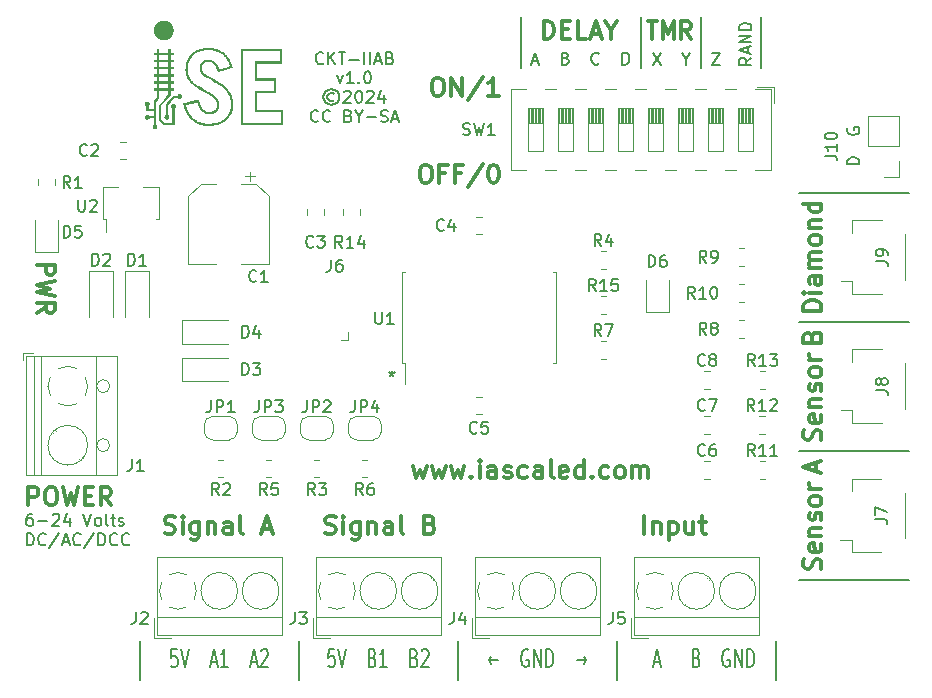
<source format=gto>
G04 #@! TF.GenerationSoftware,KiCad,Pcbnew,6.0.2+dfsg-1*
G04 #@! TF.CreationDate,2024-04-05T20:37:34-06:00*
G04 #@! TF.ProjectId,ckt-iiab,636b742d-6969-4616-922e-6b696361645f,rev?*
G04 #@! TF.SameCoordinates,Original*
G04 #@! TF.FileFunction,Legend,Top*
G04 #@! TF.FilePolarity,Positive*
%FSLAX46Y46*%
G04 Gerber Fmt 4.6, Leading zero omitted, Abs format (unit mm)*
G04 Created by KiCad (PCBNEW 6.0.2+dfsg-1) date 2024-04-05 20:37:34*
%MOMM*%
%LPD*%
G01*
G04 APERTURE LIST*
%ADD10C,0.203200*%
%ADD11C,0.000000*%
%ADD12C,0.304800*%
%ADD13C,0.152400*%
%ADD14C,0.300000*%
%ADD15C,0.150000*%
%ADD16C,0.120000*%
G04 APERTURE END LIST*
D10*
X101473000Y-124460000D02*
X101473000Y-128778000D01*
X75819000Y-177292000D02*
X75819000Y-180594000D01*
X113982500Y-172085000D02*
X104711500Y-172085000D01*
X96393000Y-124460000D02*
X96393000Y-128778000D01*
X62356993Y-177292000D02*
X62356993Y-180594000D01*
X113982500Y-139319000D02*
X104711500Y-139319000D01*
X91313000Y-124460000D02*
X91313000Y-128778000D01*
X113982500Y-161163000D02*
X104711500Y-161163000D01*
D11*
G36*
X52274384Y-130989762D02*
G01*
X52289251Y-130991531D01*
X52304034Y-130994200D01*
X52318621Y-130997743D01*
X52332903Y-131002128D01*
X52346768Y-131007328D01*
X52360106Y-131013314D01*
X52372806Y-131020056D01*
X52384758Y-131027525D01*
X52395851Y-131035694D01*
X52401040Y-131040031D01*
X52405974Y-131044532D01*
X52410638Y-131049193D01*
X52415018Y-131054011D01*
X52423768Y-131064556D01*
X52431768Y-131075402D01*
X52439023Y-131086519D01*
X52445537Y-131097878D01*
X52451317Y-131109448D01*
X52456369Y-131121199D01*
X52460697Y-131133102D01*
X52464307Y-131145127D01*
X52467206Y-131157243D01*
X52469398Y-131169422D01*
X52470889Y-131181633D01*
X52471684Y-131193847D01*
X52471790Y-131206033D01*
X52471211Y-131218162D01*
X52469953Y-131230204D01*
X52468023Y-131242129D01*
X52465424Y-131253908D01*
X52462164Y-131265509D01*
X52458247Y-131276905D01*
X52453679Y-131288064D01*
X52448465Y-131298956D01*
X52442612Y-131309553D01*
X52436124Y-131319824D01*
X52429008Y-131329740D01*
X52421268Y-131339269D01*
X52412911Y-131348384D01*
X52403941Y-131357053D01*
X52394365Y-131365247D01*
X52384188Y-131372937D01*
X52373416Y-131380091D01*
X52362053Y-131386681D01*
X52350107Y-131392677D01*
X52340172Y-131396894D01*
X52329731Y-131400549D01*
X52318856Y-131403641D01*
X52307619Y-131406171D01*
X52296093Y-131408139D01*
X52284349Y-131409545D01*
X52272461Y-131410388D01*
X52260501Y-131410669D01*
X52248541Y-131410388D01*
X52236653Y-131409545D01*
X52224909Y-131408139D01*
X52213383Y-131406171D01*
X52202146Y-131403641D01*
X52191271Y-131400549D01*
X52180830Y-131396894D01*
X52170896Y-131392677D01*
X52164261Y-131389231D01*
X52157140Y-131385050D01*
X52149660Y-131380242D01*
X52141946Y-131374917D01*
X52134124Y-131369183D01*
X52126321Y-131363148D01*
X52118663Y-131356920D01*
X52111276Y-131350609D01*
X52104286Y-131344322D01*
X52097818Y-131338169D01*
X52092000Y-131332258D01*
X52086956Y-131326697D01*
X52082814Y-131321595D01*
X52081121Y-131319250D01*
X52079700Y-131317061D01*
X52078567Y-131315040D01*
X52077738Y-131313202D01*
X52077230Y-131311560D01*
X52077057Y-131310128D01*
X52076333Y-131309475D01*
X52074208Y-131308842D01*
X52066043Y-131307647D01*
X52053132Y-131306568D01*
X52036046Y-131305630D01*
X52015355Y-131304857D01*
X51991629Y-131304274D01*
X51937357Y-131303778D01*
X51797657Y-131303778D01*
X51542246Y-131626216D01*
X51286835Y-131949361D01*
X51286835Y-132740994D01*
X51305179Y-132750872D01*
X51310990Y-132754324D01*
X51317007Y-132758546D01*
X51323170Y-132763465D01*
X51329421Y-132769007D01*
X51335702Y-132775099D01*
X51341952Y-132781667D01*
X51348113Y-132788638D01*
X51354127Y-132795939D01*
X51359934Y-132803497D01*
X51365475Y-132811237D01*
X51370692Y-132819087D01*
X51375525Y-132826973D01*
X51379916Y-132834821D01*
X51383806Y-132842559D01*
X51387135Y-132850114D01*
X51389846Y-132857410D01*
X51392757Y-132867538D01*
X51395146Y-132878271D01*
X51397017Y-132889505D01*
X51398378Y-132901133D01*
X51399235Y-132913051D01*
X51399594Y-132925152D01*
X51399461Y-132937333D01*
X51398842Y-132949486D01*
X51397743Y-132961507D01*
X51396171Y-132973290D01*
X51394132Y-132984730D01*
X51391632Y-132995722D01*
X51388677Y-133006159D01*
X51385273Y-133015938D01*
X51381428Y-133024951D01*
X51377146Y-133033094D01*
X51368977Y-133046050D01*
X51360346Y-133058192D01*
X51351254Y-133069518D01*
X51341703Y-133080024D01*
X51331692Y-133089708D01*
X51321224Y-133098566D01*
X51310298Y-133106595D01*
X51298917Y-133113792D01*
X51287081Y-133120154D01*
X51274792Y-133125678D01*
X51262050Y-133130360D01*
X51248856Y-133134198D01*
X51235211Y-133137189D01*
X51221117Y-133139329D01*
X51206575Y-133140615D01*
X51191584Y-133141044D01*
X51180300Y-133140782D01*
X51169209Y-133140001D01*
X51158321Y-133138713D01*
X51147648Y-133136928D01*
X51137202Y-133134659D01*
X51126992Y-133131915D01*
X51117029Y-133128708D01*
X51107326Y-133125048D01*
X51097892Y-133120947D01*
X51088739Y-133116416D01*
X51079878Y-133111466D01*
X51071319Y-133106107D01*
X51063074Y-133100351D01*
X51055154Y-133094208D01*
X51047569Y-133087690D01*
X51040331Y-133080807D01*
X51033451Y-133073571D01*
X51026939Y-133065993D01*
X51020806Y-133058083D01*
X51015065Y-133049852D01*
X51009725Y-133041312D01*
X51004797Y-133032474D01*
X51000293Y-133023348D01*
X50996223Y-133013945D01*
X50992599Y-133004276D01*
X50989431Y-132994353D01*
X50986730Y-132984187D01*
X50984508Y-132973787D01*
X50982775Y-132963166D01*
X50981543Y-132952335D01*
X50980822Y-132941303D01*
X50980623Y-132930083D01*
X50980897Y-132917828D01*
X50981720Y-132905926D01*
X50983098Y-132894367D01*
X50985033Y-132883141D01*
X50987531Y-132872238D01*
X50990595Y-132861647D01*
X50994230Y-132851357D01*
X50998439Y-132841359D01*
X51003227Y-132831643D01*
X51008598Y-132822196D01*
X51014556Y-132813011D01*
X51021105Y-132804075D01*
X51028249Y-132795380D01*
X51035993Y-132786913D01*
X51044341Y-132778666D01*
X51053296Y-132770628D01*
X51089279Y-132739583D01*
X51089279Y-131873866D01*
X51394785Y-131487222D01*
X51699584Y-131099872D01*
X51886557Y-131099166D01*
X52073529Y-131098461D01*
X52092579Y-131070944D01*
X52097164Y-131064655D01*
X52102170Y-131058498D01*
X52107573Y-131052489D01*
X52113349Y-131046647D01*
X52119471Y-131040985D01*
X52125916Y-131035523D01*
X52132659Y-131030275D01*
X52139675Y-131025259D01*
X52146938Y-131020491D01*
X52154425Y-131015988D01*
X52162110Y-131011766D01*
X52169969Y-131007841D01*
X52177977Y-131004231D01*
X52186109Y-131000951D01*
X52194340Y-130998019D01*
X52202646Y-130995450D01*
X52209396Y-130993732D01*
X52216278Y-130992278D01*
X52230379Y-130990153D01*
X52244837Y-130989044D01*
X52259542Y-130988923D01*
X52274384Y-130989762D01*
G37*
G36*
X50087390Y-130090222D02*
G01*
X50087390Y-129864444D01*
X50341390Y-129864444D01*
X50538946Y-129864444D01*
X51308001Y-129864444D01*
X51308001Y-129490500D01*
X50538946Y-129490500D01*
X50538946Y-129864444D01*
X50341390Y-129864444D01*
X50341390Y-129490500D01*
X50087390Y-129490500D01*
X50087390Y-129264722D01*
X50341390Y-129264722D01*
X50538946Y-129264722D01*
X51308001Y-129264722D01*
X51308001Y-128890778D01*
X50538946Y-128890778D01*
X50538946Y-129264722D01*
X50341390Y-129264722D01*
X50341390Y-128890778D01*
X50087390Y-128890778D01*
X50087390Y-128672055D01*
X50341390Y-128672055D01*
X50538946Y-128672055D01*
X51308001Y-128672055D01*
X51308001Y-128298111D01*
X50538946Y-128298111D01*
X50538946Y-128672055D01*
X50341390Y-128672055D01*
X50341390Y-128298111D01*
X50087390Y-128298111D01*
X50087390Y-128072333D01*
X50341390Y-128072333D01*
X50538946Y-128072333D01*
X51308001Y-128072333D01*
X51308001Y-127698389D01*
X50538946Y-127698389D01*
X50538946Y-128072333D01*
X50341390Y-128072333D01*
X50341390Y-127698389D01*
X50087390Y-127698389D01*
X50087390Y-127479667D01*
X50341390Y-127479667D01*
X50341390Y-127126889D01*
X50538946Y-127126889D01*
X50538946Y-127479667D01*
X51308001Y-127479667D01*
X51308001Y-127126889D01*
X51505557Y-127126889D01*
X51505557Y-127479667D01*
X51759557Y-127479667D01*
X51759557Y-127698389D01*
X51505557Y-127698389D01*
X51505557Y-128072333D01*
X51759557Y-128072333D01*
X51759557Y-128298111D01*
X51505557Y-128298111D01*
X51505557Y-128672055D01*
X51759557Y-128672055D01*
X51759557Y-128890778D01*
X51505557Y-128890778D01*
X51505557Y-129264722D01*
X51759557Y-129264722D01*
X51759557Y-129490500D01*
X51505557Y-129490500D01*
X51505557Y-129864444D01*
X51759557Y-129864444D01*
X51759557Y-130090222D01*
X51505557Y-130090222D01*
X51505557Y-130457111D01*
X51759557Y-130457111D01*
X51759557Y-130689945D01*
X51505557Y-130689945D01*
X51505557Y-131018733D01*
X51113973Y-131513327D01*
X50722390Y-132008627D01*
X50722390Y-133120583D01*
X50994029Y-133392222D01*
X51660779Y-133392222D01*
X51660779Y-132807316D01*
X51660751Y-132617049D01*
X51660686Y-132539716D01*
X51660558Y-132473159D01*
X51660465Y-132443666D01*
X51660348Y-132416561D01*
X51660206Y-132391741D01*
X51660035Y-132369104D01*
X51659833Y-132348549D01*
X51659597Y-132329972D01*
X51659326Y-132313272D01*
X51659015Y-132298346D01*
X51658663Y-132285093D01*
X51658267Y-132273409D01*
X51657825Y-132263194D01*
X51657586Y-132258604D01*
X51657334Y-132254344D01*
X51657069Y-132250399D01*
X51656791Y-132246758D01*
X51656499Y-132243406D01*
X51656193Y-132240333D01*
X51655874Y-132237524D01*
X51655539Y-132234967D01*
X51655190Y-132232649D01*
X51654826Y-132230558D01*
X51654446Y-132228680D01*
X51654050Y-132227003D01*
X51653638Y-132225515D01*
X51653210Y-132224202D01*
X51652765Y-132223051D01*
X51652303Y-132222050D01*
X51651823Y-132221187D01*
X51651326Y-132220447D01*
X51650810Y-132219819D01*
X51650276Y-132219290D01*
X51649723Y-132218847D01*
X51649152Y-132218476D01*
X51648561Y-132218167D01*
X51647950Y-132217905D01*
X51646668Y-132217472D01*
X51644338Y-132216580D01*
X51641856Y-132215368D01*
X51636481Y-132212047D01*
X51630644Y-132207632D01*
X51624443Y-132202247D01*
X51617977Y-132196015D01*
X51611346Y-132189058D01*
X51604649Y-132181500D01*
X51597985Y-132173463D01*
X51591453Y-132165070D01*
X51585152Y-132156445D01*
X51579183Y-132147711D01*
X51573643Y-132138990D01*
X51568632Y-132130405D01*
X51564250Y-132122080D01*
X51560596Y-132114137D01*
X51557768Y-132106700D01*
X51554741Y-132096550D01*
X51552269Y-132085987D01*
X51550348Y-132075079D01*
X51548970Y-132063893D01*
X51548130Y-132052496D01*
X51547821Y-132040955D01*
X51548037Y-132029338D01*
X51548772Y-132017712D01*
X51550019Y-132006143D01*
X51551773Y-131994700D01*
X51554027Y-131983449D01*
X51556776Y-131972457D01*
X51560012Y-131961792D01*
X51563729Y-131951520D01*
X51567922Y-131941710D01*
X51572584Y-131932428D01*
X51577113Y-131924344D01*
X51581725Y-131916738D01*
X51586455Y-131909578D01*
X51591337Y-131902827D01*
X51596405Y-131896453D01*
X51601693Y-131890421D01*
X51607235Y-131884696D01*
X51613066Y-131879246D01*
X51619219Y-131874035D01*
X51625728Y-131869031D01*
X51632629Y-131864197D01*
X51639954Y-131859501D01*
X51647738Y-131854909D01*
X51656015Y-131850386D01*
X51664819Y-131845898D01*
X51674184Y-131841411D01*
X51685512Y-131836435D01*
X51690673Y-131834365D01*
X51695616Y-131832558D01*
X51700426Y-131831004D01*
X51705190Y-131829690D01*
X51709996Y-131828606D01*
X51714930Y-131827741D01*
X51720079Y-131827081D01*
X51725530Y-131826617D01*
X51731370Y-131826338D01*
X51737685Y-131826230D01*
X51744562Y-131826284D01*
X51752088Y-131826488D01*
X51769434Y-131827299D01*
X51781491Y-131828097D01*
X51792828Y-131829182D01*
X51803504Y-131830577D01*
X51813576Y-131832304D01*
X51823102Y-131834388D01*
X51832141Y-131836849D01*
X51840749Y-131839712D01*
X51848986Y-131842998D01*
X51856908Y-131846731D01*
X51864574Y-131850933D01*
X51872042Y-131855627D01*
X51879369Y-131860836D01*
X51886613Y-131866582D01*
X51893833Y-131872888D01*
X51901085Y-131879777D01*
X51908429Y-131887272D01*
X51916295Y-131895764D01*
X51923505Y-131904082D01*
X51930077Y-131912283D01*
X51936034Y-131920422D01*
X51941395Y-131928557D01*
X51946182Y-131936745D01*
X51950414Y-131945042D01*
X51954114Y-131953506D01*
X51957300Y-131962193D01*
X51959995Y-131971160D01*
X51962219Y-131980464D01*
X51963991Y-131990162D01*
X51965334Y-132000310D01*
X51966268Y-132010966D01*
X51966813Y-132022186D01*
X51966990Y-132034027D01*
X51966840Y-132047540D01*
X51966122Y-132060567D01*
X51964829Y-132073121D01*
X51962955Y-132085213D01*
X51960494Y-132096855D01*
X51957440Y-132108057D01*
X51953787Y-132118832D01*
X51949527Y-132129190D01*
X51944656Y-132139142D01*
X51941990Y-132143970D01*
X51939167Y-132148701D01*
X51936189Y-132153337D01*
X51933054Y-132157878D01*
X51926310Y-132166683D01*
X51918930Y-132175129D01*
X51910907Y-132183227D01*
X51902234Y-132190987D01*
X51892907Y-132198422D01*
X51859040Y-132224528D01*
X51859040Y-132906799D01*
X51858334Y-133589777D01*
X50909362Y-133589777D01*
X50717451Y-133397867D01*
X50524835Y-133205250D01*
X50524835Y-131932428D01*
X50916418Y-131437128D01*
X51308001Y-130942533D01*
X51308001Y-130689945D01*
X50538946Y-130689945D01*
X50538946Y-131012383D01*
X50538240Y-131335527D01*
X50411946Y-131494277D01*
X50285651Y-131653027D01*
X50284946Y-132598472D01*
X50284946Y-133543916D01*
X50320223Y-133574256D01*
X50329768Y-133582728D01*
X50338569Y-133591237D01*
X50346645Y-133599818D01*
X50354013Y-133608508D01*
X50360690Y-133617342D01*
X50366695Y-133626357D01*
X50372044Y-133635590D01*
X50376756Y-133645075D01*
X50380848Y-133654850D01*
X50384337Y-133664951D01*
X50387241Y-133675413D01*
X50389577Y-133686273D01*
X50391364Y-133697567D01*
X50392619Y-133709332D01*
X50393359Y-133721603D01*
X50393601Y-133734416D01*
X50393680Y-133750955D01*
X50393556Y-133758251D01*
X50393304Y-133764998D01*
X50392906Y-133771274D01*
X50392349Y-133777155D01*
X50391615Y-133782718D01*
X50390691Y-133788039D01*
X50389560Y-133793194D01*
X50388206Y-133798261D01*
X50386615Y-133803315D01*
X50384771Y-133808433D01*
X50382658Y-133813692D01*
X50380260Y-133819168D01*
X50377563Y-133824937D01*
X50374551Y-133831077D01*
X50367227Y-133844809D01*
X50359280Y-133857692D01*
X50350717Y-133869720D01*
X50341544Y-133880885D01*
X50331768Y-133891182D01*
X50321395Y-133900605D01*
X50310430Y-133909147D01*
X50298880Y-133916802D01*
X50286752Y-133923565D01*
X50274051Y-133929428D01*
X50260784Y-133934386D01*
X50246956Y-133938432D01*
X50232574Y-133941561D01*
X50217645Y-133943765D01*
X50202174Y-133945039D01*
X50186168Y-133945377D01*
X50173580Y-133945144D01*
X50161462Y-133944435D01*
X50149792Y-133943238D01*
X50138543Y-133941541D01*
X50127691Y-133939331D01*
X50117211Y-133936596D01*
X50107078Y-133933324D01*
X50097268Y-133929502D01*
X50087755Y-133925118D01*
X50078516Y-133920159D01*
X50069524Y-133914613D01*
X50060755Y-133908468D01*
X50052185Y-133901711D01*
X50043789Y-133894329D01*
X50035541Y-133886311D01*
X50027418Y-133877644D01*
X50020049Y-133869056D01*
X50013282Y-133860466D01*
X50007106Y-133851838D01*
X50001511Y-133843138D01*
X49996486Y-133834331D01*
X49992022Y-133825381D01*
X49988107Y-133816253D01*
X49984732Y-133806912D01*
X49981886Y-133797324D01*
X49979559Y-133787452D01*
X49977740Y-133777261D01*
X49976420Y-133766718D01*
X49975587Y-133755785D01*
X49975232Y-133744429D01*
X49975344Y-133732614D01*
X49975912Y-133720305D01*
X49976970Y-133708416D01*
X49978554Y-133696829D01*
X49980661Y-133685548D01*
X49983288Y-133674577D01*
X49986431Y-133663919D01*
X49990088Y-133653581D01*
X49994256Y-133643564D01*
X49998931Y-133633875D01*
X50004111Y-133624516D01*
X50009791Y-133615492D01*
X50015970Y-133606806D01*
X50022644Y-133598465D01*
X50029810Y-133590470D01*
X50037465Y-133582827D01*
X50045606Y-133575539D01*
X50054229Y-133568611D01*
X50087390Y-133543916D01*
X50087390Y-133032388D01*
X49724029Y-133032388D01*
X49692985Y-133068372D01*
X49683280Y-133078995D01*
X49673109Y-133088777D01*
X49662510Y-133097722D01*
X49651521Y-133105837D01*
X49640180Y-133113126D01*
X49628525Y-133119595D01*
X49616594Y-133125250D01*
X49604426Y-133130097D01*
X49592059Y-133134141D01*
X49579530Y-133137387D01*
X49566878Y-133139841D01*
X49554140Y-133141509D01*
X49541356Y-133142396D01*
X49528563Y-133142507D01*
X49515799Y-133141849D01*
X49503102Y-133140427D01*
X49490511Y-133138246D01*
X49478063Y-133135312D01*
X49465797Y-133131631D01*
X49453750Y-133127207D01*
X49441962Y-133122048D01*
X49430469Y-133116157D01*
X49419311Y-133109541D01*
X49408524Y-133102206D01*
X49398149Y-133094156D01*
X49388221Y-133085398D01*
X49378780Y-133075936D01*
X49369864Y-133065777D01*
X49361510Y-133054926D01*
X49353757Y-133043389D01*
X49346644Y-133031171D01*
X49340207Y-133018278D01*
X49336868Y-133010679D01*
X49333862Y-133002972D01*
X49331186Y-132995167D01*
X49328838Y-132987277D01*
X49326816Y-132979313D01*
X49325116Y-132971285D01*
X49323738Y-132963206D01*
X49322678Y-132955086D01*
X49321505Y-132938772D01*
X49321579Y-132922432D01*
X49322880Y-132906159D01*
X49325390Y-132890043D01*
X49329091Y-132874175D01*
X49333964Y-132858646D01*
X49339991Y-132843547D01*
X49347152Y-132828968D01*
X49351153Y-132821903D01*
X49355430Y-132815002D01*
X49359981Y-132808277D01*
X49364805Y-132801738D01*
X49369898Y-132795398D01*
X49375259Y-132789268D01*
X49380885Y-132783360D01*
X49386774Y-132777683D01*
X49395133Y-132770313D01*
X49403311Y-132763539D01*
X49411360Y-132757343D01*
X49419328Y-132751710D01*
X49427268Y-132746622D01*
X49435229Y-132742063D01*
X49443263Y-132738017D01*
X49451420Y-132734468D01*
X49459750Y-132731397D01*
X49468305Y-132728790D01*
X49477135Y-132726629D01*
X49486290Y-132724899D01*
X49495821Y-132723581D01*
X49505780Y-132722661D01*
X49516215Y-132722120D01*
X49527179Y-132721944D01*
X49540419Y-132722130D01*
X49552928Y-132722708D01*
X49564769Y-132723702D01*
X49576006Y-132725141D01*
X49586701Y-132727051D01*
X49596917Y-132729460D01*
X49606719Y-132732393D01*
X49616167Y-132735879D01*
X49625327Y-132739943D01*
X49634260Y-132744613D01*
X49643029Y-132749915D01*
X49651699Y-132755877D01*
X49660331Y-132762525D01*
X49668989Y-132769886D01*
X49677736Y-132777987D01*
X49686635Y-132786855D01*
X49727557Y-132827777D01*
X50087390Y-132827777D01*
X50087390Y-132425611D01*
X49431224Y-132425611D01*
X49431224Y-132019917D01*
X49395240Y-131988872D01*
X49383914Y-131978534D01*
X49373492Y-131967650D01*
X49363983Y-131956254D01*
X49355398Y-131944378D01*
X49347748Y-131932055D01*
X49341042Y-131919320D01*
X49335291Y-131906203D01*
X49330505Y-131892740D01*
X49326696Y-131878962D01*
X49323872Y-131864904D01*
X49322044Y-131850597D01*
X49321223Y-131836075D01*
X49321419Y-131821371D01*
X49322642Y-131806519D01*
X49324903Y-131791551D01*
X49328212Y-131776500D01*
X49333572Y-131758323D01*
X49340102Y-131741116D01*
X49343794Y-131732885D01*
X49347765Y-131724908D01*
X49352009Y-131717187D01*
X49356523Y-131709726D01*
X49361301Y-131702528D01*
X49366339Y-131695598D01*
X49371633Y-131688938D01*
X49377177Y-131682552D01*
X49382967Y-131676444D01*
X49388998Y-131670616D01*
X49395266Y-131665074D01*
X49401767Y-131659819D01*
X49408494Y-131654855D01*
X49415444Y-131650187D01*
X49422613Y-131645817D01*
X49429994Y-131641748D01*
X49437585Y-131637986D01*
X49445379Y-131634532D01*
X49453374Y-131631390D01*
X49461562Y-131628565D01*
X49469941Y-131626058D01*
X49478506Y-131623875D01*
X49496173Y-131620491D01*
X49514527Y-131618440D01*
X49533529Y-131617750D01*
X49541427Y-131617944D01*
X49549241Y-131618391D01*
X49556969Y-131619091D01*
X49564607Y-131620039D01*
X49572149Y-131621233D01*
X49579591Y-131622672D01*
X49586931Y-131624352D01*
X49594163Y-131626272D01*
X49601283Y-131628428D01*
X49608288Y-131630818D01*
X49615172Y-131633440D01*
X49621933Y-131636291D01*
X49628565Y-131639370D01*
X49635066Y-131642672D01*
X49641429Y-131646197D01*
X49647653Y-131649941D01*
X49653731Y-131653902D01*
X49659661Y-131658078D01*
X49665438Y-131662465D01*
X49671057Y-131667063D01*
X49676516Y-131671868D01*
X49681809Y-131676877D01*
X49686932Y-131682089D01*
X49691882Y-131687501D01*
X49696654Y-131693110D01*
X49701245Y-131698914D01*
X49705649Y-131704910D01*
X49709863Y-131711097D01*
X49713883Y-131717471D01*
X49717704Y-131724030D01*
X49721323Y-131730772D01*
X49724735Y-131737694D01*
X49728356Y-131746122D01*
X49731546Y-131755212D01*
X49734305Y-131764880D01*
X49736630Y-131775045D01*
X49738521Y-131785622D01*
X49739977Y-131796531D01*
X49740997Y-131807687D01*
X49741580Y-131819009D01*
X49741724Y-131830414D01*
X49741430Y-131841819D01*
X49740695Y-131853141D01*
X49739518Y-131864297D01*
X49737900Y-131875206D01*
X49735837Y-131885784D01*
X49733331Y-131895948D01*
X49730379Y-131905617D01*
X49727739Y-131912478D01*
X49724376Y-131919761D01*
X49720377Y-131927358D01*
X49715827Y-131935162D01*
X49710814Y-131943065D01*
X49705426Y-131950959D01*
X49699747Y-131958738D01*
X49693867Y-131966294D01*
X49687870Y-131973519D01*
X49681845Y-131980306D01*
X49675877Y-131986547D01*
X49670054Y-131992135D01*
X49664463Y-131996962D01*
X49659190Y-132000921D01*
X49656700Y-132002542D01*
X49654322Y-132003905D01*
X49652067Y-132004997D01*
X49649946Y-132005805D01*
X49647578Y-132006655D01*
X49645491Y-132007706D01*
X49643666Y-132009093D01*
X49642085Y-132010954D01*
X49640733Y-132013421D01*
X49639590Y-132016632D01*
X49638639Y-132020722D01*
X49637863Y-132025825D01*
X49637244Y-132032078D01*
X49636765Y-132039615D01*
X49636154Y-132059086D01*
X49635891Y-132085319D01*
X49635835Y-132119400D01*
X49635835Y-132228056D01*
X50087390Y-132228056D01*
X50087390Y-131577533D01*
X50214390Y-131418078D01*
X50341390Y-131257916D01*
X50341390Y-130689945D01*
X50087390Y-130689945D01*
X50087390Y-130457111D01*
X50341390Y-130457111D01*
X50538946Y-130457111D01*
X51308001Y-130457111D01*
X51308001Y-130090222D01*
X50538946Y-130090222D01*
X50538946Y-130457111D01*
X50341390Y-130457111D01*
X50341390Y-130090222D01*
X50087390Y-130090222D01*
G37*
D10*
X89281000Y-177292000D02*
X89281000Y-180594000D01*
X81153000Y-124460000D02*
X81153000Y-128778000D01*
D11*
G36*
X60931779Y-127155111D02*
G01*
X60931779Y-128396889D01*
X58857445Y-128396889D01*
X58857445Y-129645722D01*
X60437890Y-129645722D01*
X60437890Y-130880444D01*
X58857445Y-130880444D01*
X58857445Y-132340944D01*
X61016446Y-132340944D01*
X61016446Y-133575666D01*
X57481612Y-133575666D01*
X57481612Y-133392222D01*
X57665056Y-133392222D01*
X60833001Y-133392222D01*
X60833001Y-132524389D01*
X58674000Y-132524389D01*
X58674000Y-130697000D01*
X60254445Y-130697000D01*
X60254445Y-129829167D01*
X58674000Y-129829167D01*
X58674000Y-128206389D01*
X60748334Y-128206389D01*
X60748334Y-127338556D01*
X57665056Y-127338556D01*
X57665056Y-133392222D01*
X57481612Y-133392222D01*
X57481612Y-127155111D01*
X60931779Y-127155111D01*
G37*
D10*
X113982500Y-150241000D02*
X104711500Y-150241000D01*
X102743000Y-177292000D02*
X102743000Y-180594000D01*
X48894993Y-177292000D02*
X48894993Y-180594000D01*
D11*
G36*
X50940407Y-124750402D02*
G01*
X50983005Y-124751749D01*
X51022692Y-124753907D01*
X51056691Y-124756826D01*
X51070689Y-124758555D01*
X51082223Y-124760456D01*
X51112971Y-124766837D01*
X51143293Y-124774335D01*
X51173176Y-124782941D01*
X51202609Y-124792647D01*
X51231579Y-124803444D01*
X51260073Y-124815324D01*
X51288080Y-124828279D01*
X51315586Y-124842300D01*
X51342580Y-124857380D01*
X51369048Y-124873510D01*
X51394980Y-124890682D01*
X51420361Y-124908887D01*
X51445180Y-124928118D01*
X51469425Y-124948365D01*
X51493082Y-124969621D01*
X51516140Y-124991878D01*
X51535975Y-125012358D01*
X51554999Y-125033314D01*
X51573211Y-125054744D01*
X51590609Y-125076644D01*
X51607193Y-125099011D01*
X51622961Y-125121842D01*
X51637913Y-125145134D01*
X51652048Y-125168884D01*
X51665364Y-125193089D01*
X51677860Y-125217745D01*
X51689535Y-125242850D01*
X51700389Y-125268401D01*
X51710421Y-125294393D01*
X51719628Y-125320825D01*
X51728011Y-125347693D01*
X51735568Y-125374994D01*
X51742059Y-125402396D01*
X51747513Y-125430797D01*
X51751933Y-125460053D01*
X51755323Y-125490022D01*
X51757689Y-125520562D01*
X51759033Y-125551529D01*
X51759360Y-125582782D01*
X51758675Y-125614178D01*
X51756980Y-125645573D01*
X51754282Y-125676826D01*
X51750582Y-125707794D01*
X51745886Y-125738334D01*
X51740199Y-125768303D01*
X51733523Y-125797559D01*
X51725863Y-125825959D01*
X51717223Y-125853361D01*
X51708729Y-125877302D01*
X51699640Y-125900723D01*
X51689938Y-125923650D01*
X51679608Y-125946109D01*
X51668634Y-125968125D01*
X51656998Y-125989725D01*
X51644683Y-126010934D01*
X51631675Y-126031778D01*
X51617955Y-126052284D01*
X51603508Y-126072476D01*
X51588316Y-126092381D01*
X51572364Y-126112024D01*
X51555635Y-126131432D01*
X51538112Y-126150630D01*
X51519778Y-126169644D01*
X51500618Y-126188500D01*
X51472621Y-126214446D01*
X51443923Y-126238841D01*
X51414518Y-126261688D01*
X51384400Y-126282989D01*
X51353562Y-126302749D01*
X51321999Y-126320969D01*
X51289705Y-126337654D01*
X51256672Y-126352806D01*
X51222895Y-126366429D01*
X51188368Y-126378525D01*
X51153085Y-126389097D01*
X51117038Y-126398149D01*
X51080223Y-126405684D01*
X51042632Y-126411705D01*
X51004261Y-126416215D01*
X50965101Y-126419217D01*
X50921376Y-126420545D01*
X50877833Y-126419521D01*
X50834554Y-126416176D01*
X50791623Y-126410540D01*
X50749121Y-126402643D01*
X50707132Y-126392514D01*
X50665739Y-126380184D01*
X50625023Y-126365683D01*
X50585069Y-126349040D01*
X50545957Y-126330285D01*
X50507772Y-126309449D01*
X50470595Y-126286561D01*
X50434510Y-126261652D01*
X50399599Y-126234751D01*
X50365944Y-126205889D01*
X50333629Y-126175094D01*
X50304237Y-126144449D01*
X50276660Y-126112857D01*
X50250907Y-126080347D01*
X50226991Y-126046948D01*
X50204923Y-126012689D01*
X50184714Y-125977599D01*
X50166376Y-125941708D01*
X50149920Y-125905043D01*
X50135357Y-125867634D01*
X50122700Y-125829510D01*
X50111958Y-125790700D01*
X50103144Y-125751232D01*
X50096269Y-125711136D01*
X50091344Y-125670440D01*
X50088380Y-125629174D01*
X50087390Y-125587366D01*
X50088146Y-125550893D01*
X50090398Y-125514784D01*
X50094117Y-125479074D01*
X50099278Y-125443797D01*
X50105855Y-125408987D01*
X50113821Y-125374679D01*
X50123149Y-125340906D01*
X50133814Y-125307702D01*
X50145787Y-125275102D01*
X50159044Y-125243140D01*
X50173557Y-125211849D01*
X50189300Y-125181265D01*
X50206247Y-125151420D01*
X50224371Y-125122349D01*
X50243645Y-125094087D01*
X50264044Y-125066667D01*
X50285540Y-125040123D01*
X50308107Y-125014490D01*
X50331719Y-124989802D01*
X50356349Y-124966092D01*
X50381970Y-124943395D01*
X50408557Y-124921746D01*
X50436083Y-124901177D01*
X50464521Y-124881723D01*
X50493844Y-124863419D01*
X50524027Y-124846298D01*
X50555042Y-124830395D01*
X50586864Y-124815743D01*
X50619466Y-124802377D01*
X50652821Y-124790330D01*
X50686902Y-124779638D01*
X50721685Y-124770334D01*
X50744284Y-124765020D01*
X50765958Y-124760103D01*
X50775662Y-124758000D01*
X50784192Y-124756245D01*
X50791234Y-124754919D01*
X50796473Y-124754106D01*
X50808504Y-124752782D01*
X50822932Y-124751716D01*
X50857592Y-124750335D01*
X50897677Y-124749914D01*
X50940407Y-124750402D01*
G37*
G36*
X52583943Y-131810454D02*
G01*
X52578535Y-131786295D01*
X52575133Y-131767531D01*
X52573945Y-131754861D01*
X52574246Y-131751029D01*
X52575179Y-131748983D01*
X52789414Y-131700222D01*
X53253482Y-131600199D01*
X53716889Y-131502424D01*
X53929140Y-131460410D01*
X53930050Y-131462823D01*
X53931654Y-131468734D01*
X53936548Y-131489427D01*
X53943031Y-131519247D01*
X53950307Y-131554955D01*
X53966937Y-131633206D01*
X53985853Y-131708386D01*
X54007024Y-131780448D01*
X54030420Y-131849348D01*
X54056012Y-131915040D01*
X54083768Y-131977478D01*
X54113660Y-132036618D01*
X54145657Y-132092412D01*
X54162436Y-132119041D01*
X54179730Y-132144817D01*
X54197535Y-132169734D01*
X54215848Y-132193786D01*
X54234664Y-132216968D01*
X54253981Y-132239275D01*
X54273794Y-132260699D01*
X54294100Y-132281236D01*
X54314894Y-132300881D01*
X54336174Y-132319626D01*
X54357935Y-132337468D01*
X54380173Y-132354399D01*
X54402886Y-132370415D01*
X54426068Y-132385509D01*
X54449717Y-132399676D01*
X54473829Y-132412910D01*
X54504620Y-132428240D01*
X54535606Y-132441949D01*
X54566788Y-132454037D01*
X54598161Y-132464504D01*
X54629725Y-132473352D01*
X54661476Y-132480578D01*
X54693414Y-132486184D01*
X54725536Y-132490169D01*
X54757839Y-132492534D01*
X54790323Y-132493278D01*
X54822984Y-132492402D01*
X54855821Y-132489905D01*
X54888832Y-132485787D01*
X54922014Y-132480049D01*
X54955365Y-132472690D01*
X54988885Y-132463711D01*
X55038274Y-132447268D01*
X55085054Y-132427382D01*
X55129144Y-132404166D01*
X55170466Y-132377732D01*
X55208939Y-132348194D01*
X55244484Y-132315664D01*
X55277022Y-132280255D01*
X55306473Y-132242078D01*
X55332756Y-132201248D01*
X55355794Y-132157876D01*
X55375506Y-132112075D01*
X55391812Y-132063958D01*
X55404633Y-132013638D01*
X55413889Y-131961227D01*
X55419502Y-131906838D01*
X55421390Y-131850583D01*
X55420790Y-131819508D01*
X55418974Y-131789205D01*
X55415916Y-131759606D01*
X55411589Y-131730639D01*
X55405969Y-131702234D01*
X55399029Y-131674321D01*
X55390743Y-131646830D01*
X55381085Y-131619690D01*
X55370030Y-131592831D01*
X55357552Y-131566184D01*
X55343625Y-131539676D01*
X55328223Y-131513239D01*
X55311321Y-131486802D01*
X55292892Y-131460295D01*
X55272911Y-131433647D01*
X55251351Y-131406788D01*
X55222287Y-131372898D01*
X55191649Y-131339791D01*
X55158935Y-131307126D01*
X55123645Y-131274563D01*
X55085280Y-131241760D01*
X55043339Y-131208376D01*
X54997321Y-131174070D01*
X54946727Y-131138501D01*
X54829809Y-131062210D01*
X54688582Y-130976775D01*
X54519045Y-130879466D01*
X54317196Y-130767556D01*
X54154026Y-130677399D01*
X54013553Y-130598090D01*
X53892279Y-130527446D01*
X53786706Y-130463285D01*
X53693337Y-130403423D01*
X53608675Y-130345677D01*
X53529221Y-130287866D01*
X53451479Y-130227805D01*
X53410302Y-130193733D01*
X53365214Y-130154064D01*
X53317993Y-130110541D01*
X53270416Y-130064910D01*
X53224261Y-130018916D01*
X53181306Y-129974302D01*
X53143329Y-129932813D01*
X53126762Y-129913786D01*
X53112107Y-129896195D01*
X53066877Y-129837689D01*
X53024841Y-129778291D01*
X52985984Y-129717953D01*
X52950292Y-129656625D01*
X52917750Y-129594260D01*
X52888344Y-129530809D01*
X52862059Y-129466223D01*
X52838880Y-129400453D01*
X52818794Y-129333452D01*
X52801786Y-129265170D01*
X52787842Y-129195559D01*
X52776946Y-129124570D01*
X52769084Y-129052155D01*
X52764243Y-128978265D01*
X52762407Y-128902852D01*
X52763562Y-128825867D01*
X52767879Y-128740372D01*
X52774745Y-128656919D01*
X52784164Y-128575500D01*
X52796139Y-128496107D01*
X52810673Y-128418732D01*
X52827769Y-128343366D01*
X52847431Y-128270000D01*
X52869660Y-128198628D01*
X52894461Y-128129239D01*
X52921837Y-128061827D01*
X52951790Y-127996383D01*
X52984324Y-127932898D01*
X53019442Y-127871364D01*
X53057146Y-127811774D01*
X53097441Y-127754118D01*
X53140329Y-127698389D01*
X53151896Y-127684522D01*
X53165030Y-127669508D01*
X53195197Y-127636807D01*
X53229217Y-127601824D01*
X53265477Y-127566097D01*
X53302366Y-127531164D01*
X53338271Y-127498562D01*
X53371579Y-127469830D01*
X53386756Y-127457396D01*
X53400679Y-127446506D01*
X53453523Y-127408697D01*
X53508314Y-127372803D01*
X53565012Y-127338835D01*
X53623580Y-127306806D01*
X53683979Y-127276728D01*
X53746171Y-127248614D01*
X53810118Y-127222476D01*
X53875782Y-127198327D01*
X53943125Y-127176178D01*
X54012108Y-127156043D01*
X54082692Y-127137933D01*
X54154841Y-127121862D01*
X54228514Y-127107841D01*
X54303676Y-127095883D01*
X54380286Y-127086000D01*
X54458307Y-127078206D01*
X54505681Y-127075397D01*
X54567293Y-127073333D01*
X54638265Y-127072029D01*
X54713718Y-127071503D01*
X54788774Y-127071770D01*
X54858555Y-127072848D01*
X54918183Y-127074752D01*
X54962779Y-127077500D01*
X55118414Y-127096758D01*
X55268492Y-127125596D01*
X55341390Y-127143564D01*
X55412830Y-127163873D01*
X55482790Y-127186506D01*
X55551245Y-127211445D01*
X55618174Y-127238673D01*
X55683554Y-127268171D01*
X55747361Y-127299921D01*
X55809574Y-127333906D01*
X55870168Y-127370108D01*
X55929121Y-127408509D01*
X55986411Y-127449092D01*
X56042014Y-127491838D01*
X56095908Y-127536729D01*
X56148069Y-127583748D01*
X56198475Y-127632877D01*
X56247104Y-127684099D01*
X56293931Y-127737394D01*
X56338934Y-127792746D01*
X56382091Y-127850137D01*
X56423378Y-127909548D01*
X56462773Y-127970963D01*
X56500252Y-128034363D01*
X56535794Y-128099729D01*
X56569374Y-128167046D01*
X56600971Y-128236294D01*
X56630561Y-128307456D01*
X56683629Y-128455450D01*
X56694996Y-128491636D01*
X56706967Y-128532344D01*
X56718889Y-128575021D01*
X56730107Y-128617110D01*
X56739970Y-128656058D01*
X56747823Y-128689308D01*
X56753014Y-128714307D01*
X56754407Y-128722914D01*
X56754890Y-128728500D01*
X56753119Y-128730414D01*
X56747636Y-128733298D01*
X56724507Y-128742280D01*
X56622422Y-128775243D01*
X56432231Y-128832283D01*
X56137529Y-128918294D01*
X55897353Y-128987725D01*
X55700437Y-129044059D01*
X55567021Y-129081608D01*
X55530451Y-129091560D01*
X55517346Y-129094683D01*
X55516147Y-129092205D01*
X55513708Y-129086106D01*
X55505704Y-129064697D01*
X55494525Y-129033763D01*
X55481362Y-128996611D01*
X55450748Y-128913094D01*
X55419443Y-128834988D01*
X55387366Y-128762196D01*
X55354439Y-128694622D01*
X55320582Y-128632171D01*
X55285715Y-128574745D01*
X55267878Y-128547887D01*
X55249759Y-128522250D01*
X55231347Y-128497821D01*
X55212634Y-128474588D01*
X55193608Y-128452540D01*
X55174260Y-128431664D01*
X55154580Y-128411949D01*
X55134558Y-128393382D01*
X55114184Y-128375951D01*
X55093449Y-128359645D01*
X55072341Y-128344451D01*
X55050852Y-128330357D01*
X55028971Y-128317352D01*
X55006688Y-128305423D01*
X54983994Y-128294558D01*
X54960879Y-128284745D01*
X54937331Y-128275973D01*
X54913343Y-128268229D01*
X54888903Y-128261501D01*
X54864001Y-128255778D01*
X54847346Y-128252537D01*
X54829513Y-128249694D01*
X54810682Y-128247249D01*
X54791031Y-128245205D01*
X54749986Y-128242321D01*
X54707809Y-128241049D01*
X54665929Y-128241398D01*
X54625777Y-128243376D01*
X54606796Y-128244978D01*
X54588784Y-128246990D01*
X54571918Y-128249414D01*
X54556379Y-128252250D01*
X54510886Y-128263348D01*
X54468063Y-128277067D01*
X54427903Y-128293418D01*
X54390397Y-128312410D01*
X54372637Y-128322899D01*
X54355537Y-128334051D01*
X54339096Y-128345869D01*
X54323314Y-128358352D01*
X54308189Y-128371502D01*
X54293721Y-128385321D01*
X54279907Y-128399810D01*
X54266748Y-128414969D01*
X54254242Y-128430799D01*
X54242389Y-128447303D01*
X54231186Y-128464481D01*
X54220634Y-128482334D01*
X54201475Y-128520071D01*
X54184904Y-128560523D01*
X54170913Y-128603699D01*
X54159493Y-128649609D01*
X54150636Y-128698261D01*
X54144334Y-128749667D01*
X54142518Y-128771121D01*
X54141312Y-128791622D01*
X54140733Y-128811260D01*
X54140796Y-128830122D01*
X54141516Y-128848298D01*
X54142908Y-128865876D01*
X54144989Y-128882947D01*
X54147774Y-128899597D01*
X54151278Y-128915917D01*
X54155517Y-128931995D01*
X54160507Y-128947920D01*
X54166262Y-128963781D01*
X54172799Y-128979666D01*
X54180132Y-128995666D01*
X54188278Y-129011868D01*
X54197251Y-129028361D01*
X54208622Y-129047586D01*
X54221309Y-129066905D01*
X54235323Y-129086327D01*
X54250675Y-129105862D01*
X54267375Y-129125521D01*
X54285432Y-129145315D01*
X54304858Y-129165254D01*
X54325662Y-129185347D01*
X54347856Y-129205606D01*
X54371449Y-129226041D01*
X54396452Y-129246661D01*
X54422875Y-129267478D01*
X54450728Y-129288502D01*
X54480022Y-129309743D01*
X54510767Y-129331211D01*
X54542973Y-129352917D01*
X54588472Y-129382615D01*
X54634177Y-129411378D01*
X54682810Y-129440787D01*
X54737089Y-129472420D01*
X54873471Y-129548675D01*
X55065084Y-129652778D01*
X55196153Y-129723541D01*
X55308766Y-129785103D01*
X55405901Y-129839173D01*
X55490535Y-129887463D01*
X55565643Y-129931686D01*
X55634203Y-129973552D01*
X55699191Y-130014773D01*
X55763584Y-130057061D01*
X55885674Y-130142086D01*
X55999602Y-130228469D01*
X56105475Y-130316378D01*
X56203399Y-130405980D01*
X56293481Y-130497442D01*
X56375826Y-130590932D01*
X56450542Y-130686617D01*
X56517735Y-130784665D01*
X56577512Y-130885243D01*
X56629978Y-130988518D01*
X56675240Y-131094659D01*
X56713406Y-131203831D01*
X56744580Y-131316204D01*
X56768870Y-131431943D01*
X56786382Y-131551218D01*
X56797223Y-131674194D01*
X56800247Y-131749774D01*
X56800376Y-131827719D01*
X56797695Y-131907086D01*
X56792284Y-131986932D01*
X56784228Y-132066315D01*
X56773609Y-132144293D01*
X56760509Y-132219922D01*
X56745012Y-132292261D01*
X56708913Y-132423539D01*
X56663986Y-132549235D01*
X56610431Y-132669171D01*
X56548449Y-132783173D01*
X56478239Y-132891065D01*
X56400004Y-132992671D01*
X56313942Y-133087815D01*
X56220255Y-133176322D01*
X56119143Y-133258016D01*
X56010807Y-133332721D01*
X55895447Y-133400262D01*
X55773264Y-133460462D01*
X55644458Y-133513147D01*
X55509229Y-133558140D01*
X55367778Y-133595266D01*
X55220307Y-133624349D01*
X55114053Y-133639688D01*
X55004748Y-133651282D01*
X54893840Y-133659089D01*
X54782774Y-133663067D01*
X54672998Y-133663176D01*
X54565959Y-133659374D01*
X54463104Y-133651620D01*
X54413697Y-133646248D01*
X54365879Y-133639872D01*
X54251110Y-133619988D01*
X54139647Y-133594740D01*
X54031503Y-133564135D01*
X53926693Y-133528185D01*
X53825232Y-133486897D01*
X53727134Y-133440281D01*
X53632413Y-133388347D01*
X53541085Y-133331103D01*
X53453163Y-133268560D01*
X53368662Y-133200725D01*
X53287596Y-133127610D01*
X53209981Y-133049223D01*
X53135829Y-132965572D01*
X53065157Y-132876669D01*
X52997978Y-132782521D01*
X52934307Y-132683139D01*
X52910727Y-132642564D01*
X52884179Y-132593886D01*
X52855862Y-132539519D01*
X52826974Y-132481879D01*
X52798715Y-132423378D01*
X52772282Y-132366432D01*
X52748876Y-132313455D01*
X52729695Y-132266861D01*
X52702654Y-132195065D01*
X52674497Y-132114108D01*
X52646885Y-132029579D01*
X52621481Y-131947068D01*
X52606620Y-131895378D01*
X52802839Y-131895378D01*
X52803073Y-131898825D01*
X52803770Y-131903157D01*
X52804945Y-131908495D01*
X52806611Y-131914959D01*
X52808784Y-131922671D01*
X52814707Y-131942320D01*
X52822829Y-131968411D01*
X52841171Y-132024996D01*
X52860458Y-132080937D01*
X52880658Y-132136169D01*
X52901741Y-132190628D01*
X52923676Y-132244247D01*
X52946431Y-132296961D01*
X52969976Y-132348706D01*
X52994279Y-132399417D01*
X53019310Y-132449028D01*
X53045038Y-132497474D01*
X53071431Y-132544690D01*
X53098459Y-132590611D01*
X53126090Y-132635173D01*
X53154294Y-132678308D01*
X53183040Y-132719954D01*
X53212296Y-132760044D01*
X53273534Y-132837569D01*
X53337408Y-132910611D01*
X53403940Y-132979184D01*
X53473153Y-133043303D01*
X53545070Y-133102981D01*
X53619713Y-133158234D01*
X53697105Y-133209075D01*
X53777269Y-133255521D01*
X53860228Y-133297583D01*
X53946005Y-133335279D01*
X54034621Y-133368621D01*
X54126100Y-133397624D01*
X54220465Y-133422303D01*
X54317739Y-133442672D01*
X54417943Y-133458746D01*
X54521101Y-133470538D01*
X54576843Y-133474128D01*
X54644640Y-133475973D01*
X54720605Y-133476181D01*
X54800854Y-133474860D01*
X54881500Y-133472116D01*
X54958656Y-133468058D01*
X55028437Y-133462792D01*
X55086957Y-133456427D01*
X55169591Y-133444058D01*
X55250015Y-133429437D01*
X55328235Y-133412563D01*
X55404258Y-133393434D01*
X55478090Y-133372048D01*
X55549738Y-133348403D01*
X55619206Y-133322496D01*
X55686502Y-133294326D01*
X55751632Y-133263890D01*
X55814602Y-133231187D01*
X55875418Y-133196214D01*
X55934086Y-133158970D01*
X55990613Y-133119451D01*
X56045005Y-133077657D01*
X56097267Y-133033585D01*
X56147407Y-132987233D01*
X56193383Y-132940797D01*
X56236874Y-132892997D01*
X56277910Y-132843775D01*
X56316519Y-132793073D01*
X56352731Y-132740833D01*
X56386573Y-132686997D01*
X56418076Y-132631508D01*
X56447268Y-132574307D01*
X56474177Y-132515336D01*
X56498834Y-132454539D01*
X56521266Y-132391856D01*
X56541504Y-132327230D01*
X56559575Y-132260603D01*
X56575508Y-132191918D01*
X56589333Y-132121115D01*
X56601079Y-132048139D01*
X56603652Y-132026841D01*
X56605817Y-132000955D01*
X56608950Y-131938028D01*
X56610530Y-131864584D01*
X56610604Y-131785848D01*
X56609223Y-131707047D01*
X56606437Y-131633404D01*
X56602294Y-131570147D01*
X56596845Y-131522500D01*
X56590118Y-131483753D01*
X56581786Y-131441923D01*
X56572165Y-131398290D01*
X56561568Y-131354136D01*
X56550309Y-131310743D01*
X56538704Y-131269393D01*
X56527065Y-131231366D01*
X56515707Y-131197944D01*
X56504852Y-131169584D01*
X56492962Y-131140662D01*
X56480095Y-131111277D01*
X56466307Y-131081528D01*
X56451654Y-131051514D01*
X56436195Y-131021335D01*
X56403082Y-130960878D01*
X56367423Y-130900949D01*
X56329671Y-130842344D01*
X56310153Y-130813786D01*
X56290283Y-130785856D01*
X56270117Y-130758653D01*
X56249712Y-130732277D01*
X56235924Y-130715545D01*
X56219639Y-130696774D01*
X56180843Y-130654358D01*
X56135846Y-130607510D01*
X56087170Y-130558711D01*
X56037336Y-130510441D01*
X55988866Y-130465181D01*
X55944283Y-130425411D01*
X55906107Y-130393611D01*
X55818647Y-130326399D01*
X55731757Y-130263238D01*
X55641180Y-130201499D01*
X55542658Y-130138553D01*
X55431931Y-130071770D01*
X55304742Y-129998522D01*
X55156833Y-129916179D01*
X54983946Y-129822111D01*
X54810005Y-129727385D01*
X54664913Y-129646251D01*
X54601927Y-129609965D01*
X54544642Y-129576098D01*
X54492556Y-129544323D01*
X54445166Y-129514312D01*
X54401967Y-129485741D01*
X54362457Y-129458281D01*
X54326133Y-129431607D01*
X54292490Y-129405392D01*
X54261026Y-129379309D01*
X54231238Y-129353032D01*
X54202621Y-129326234D01*
X54174673Y-129298589D01*
X54147916Y-129270855D01*
X54123171Y-129243673D01*
X54100380Y-129216930D01*
X54079489Y-129190517D01*
X54060443Y-129164324D01*
X54043184Y-129138239D01*
X54027657Y-129112152D01*
X54013807Y-129085952D01*
X54001577Y-129059529D01*
X53990912Y-129032772D01*
X53981756Y-129005571D01*
X53974053Y-128977815D01*
X53967747Y-128949393D01*
X53962783Y-128920195D01*
X53959105Y-128890110D01*
X53956657Y-128859028D01*
X53954967Y-128810174D01*
X53955940Y-128761618D01*
X53959509Y-128713528D01*
X53965609Y-128666069D01*
X53974172Y-128619409D01*
X53985133Y-128573712D01*
X53998425Y-128529146D01*
X54013983Y-128485877D01*
X54031741Y-128444072D01*
X54051631Y-128403896D01*
X54073589Y-128365517D01*
X54097547Y-128329100D01*
X54123441Y-128294813D01*
X54151203Y-128262821D01*
X54180767Y-128233291D01*
X54196205Y-128219501D01*
X54212068Y-128206389D01*
X54258650Y-128172955D01*
X54308930Y-128143575D01*
X54362456Y-128118267D01*
X54418774Y-128097050D01*
X54477431Y-128079942D01*
X54537977Y-128066962D01*
X54599956Y-128058128D01*
X54662918Y-128053460D01*
X54726408Y-128052975D01*
X54789976Y-128056693D01*
X54853167Y-128064631D01*
X54915529Y-128076809D01*
X54976609Y-128093245D01*
X55035956Y-128113958D01*
X55093115Y-128138966D01*
X55147635Y-128168289D01*
X55163478Y-128178303D01*
X55180457Y-128190228D01*
X55198382Y-128203876D01*
X55217066Y-128219056D01*
X55236320Y-128235579D01*
X55255957Y-128253257D01*
X55275788Y-128271901D01*
X55295625Y-128291320D01*
X55315280Y-128311327D01*
X55334565Y-128331731D01*
X55353293Y-128352344D01*
X55371274Y-128372977D01*
X55388320Y-128393440D01*
X55404245Y-128413545D01*
X55418858Y-128433102D01*
X55431974Y-128451922D01*
X55454044Y-128486875D01*
X55477041Y-128525961D01*
X55500435Y-128568157D01*
X55523696Y-128612436D01*
X55546296Y-128657774D01*
X55567705Y-128703144D01*
X55587394Y-128747523D01*
X55604834Y-128789884D01*
X55609170Y-128800770D01*
X55613194Y-128810695D01*
X55616924Y-128819689D01*
X55620379Y-128827785D01*
X55623577Y-128835012D01*
X55626538Y-128841403D01*
X55627936Y-128844293D01*
X55629280Y-128846987D01*
X55630575Y-128849486D01*
X55631822Y-128851796D01*
X55633023Y-128853919D01*
X55634181Y-128855861D01*
X55635299Y-128857624D01*
X55636378Y-128859212D01*
X55637420Y-128860630D01*
X55638429Y-128861882D01*
X55639406Y-128862971D01*
X55640355Y-128863900D01*
X55641276Y-128864675D01*
X55642173Y-128865299D01*
X55643047Y-128865775D01*
X55643902Y-128866108D01*
X55644739Y-128866301D01*
X55645560Y-128866359D01*
X55646369Y-128866285D01*
X55647168Y-128866083D01*
X56084612Y-128739083D01*
X56389500Y-128650448D01*
X56484960Y-128622105D01*
X56512221Y-128613750D01*
X56523468Y-128609967D01*
X56525194Y-128609118D01*
X56526658Y-128608105D01*
X56527847Y-128606846D01*
X56528748Y-128605259D01*
X56529348Y-128603263D01*
X56529632Y-128600777D01*
X56529587Y-128597717D01*
X56529200Y-128594003D01*
X56528458Y-128589554D01*
X56527347Y-128584287D01*
X56523964Y-128570974D01*
X56518944Y-128553411D01*
X56512179Y-128530944D01*
X56497567Y-128485529D01*
X56481797Y-128440344D01*
X56464906Y-128395452D01*
X56446926Y-128350917D01*
X56427892Y-128306805D01*
X56407838Y-128263178D01*
X56386798Y-128220101D01*
X56364806Y-128177637D01*
X56341896Y-128135852D01*
X56318103Y-128094809D01*
X56293460Y-128054572D01*
X56268001Y-128015205D01*
X56241762Y-127976773D01*
X56214775Y-127939339D01*
X56187074Y-127902967D01*
X56158695Y-127867722D01*
X56146157Y-127853024D01*
X56132207Y-127837353D01*
X56100774Y-127803759D01*
X56065802Y-127768280D01*
X56028697Y-127732256D01*
X55990864Y-127697025D01*
X55953709Y-127663927D01*
X55918638Y-127634302D01*
X55902323Y-127621210D01*
X55887057Y-127609489D01*
X55841570Y-127576555D01*
X55795057Y-127545221D01*
X55747501Y-127515480D01*
X55698883Y-127487328D01*
X55649186Y-127460760D01*
X55598392Y-127435769D01*
X55546484Y-127412352D01*
X55493445Y-127390502D01*
X55439256Y-127370215D01*
X55383901Y-127351486D01*
X55327361Y-127334309D01*
X55269619Y-127318679D01*
X55210657Y-127304591D01*
X55150458Y-127292040D01*
X55089005Y-127281021D01*
X55026279Y-127271528D01*
X54980072Y-127266849D01*
X54917899Y-127262940D01*
X54844894Y-127259907D01*
X54766193Y-127257858D01*
X54686930Y-127256900D01*
X54612239Y-127257141D01*
X54547255Y-127258689D01*
X54497112Y-127261650D01*
X54336075Y-127280408D01*
X54258717Y-127293030D01*
X54183478Y-127307803D01*
X54110365Y-127324720D01*
X54039390Y-127343772D01*
X53970559Y-127364953D01*
X53903883Y-127388253D01*
X53839370Y-127413666D01*
X53777030Y-127441184D01*
X53716870Y-127470799D01*
X53658900Y-127502504D01*
X53603129Y-127536289D01*
X53549566Y-127572149D01*
X53498219Y-127610075D01*
X53449098Y-127650058D01*
X53402211Y-127692093D01*
X53357568Y-127736170D01*
X53315177Y-127782282D01*
X53275047Y-127830421D01*
X53237188Y-127880580D01*
X53201607Y-127932751D01*
X53168315Y-127986926D01*
X53137319Y-128043097D01*
X53108630Y-128101256D01*
X53082255Y-128161397D01*
X53058203Y-128223510D01*
X53036484Y-128287588D01*
X53017107Y-128353624D01*
X53000080Y-128421610D01*
X52985412Y-128491538D01*
X52973112Y-128563400D01*
X52965596Y-128617339D01*
X52959451Y-128670896D01*
X52954673Y-128724006D01*
X52951262Y-128776599D01*
X52949216Y-128828609D01*
X52948531Y-128879970D01*
X52949207Y-128930613D01*
X52951240Y-128980471D01*
X52954630Y-129029478D01*
X52959373Y-129077567D01*
X52965469Y-129124669D01*
X52972914Y-129170718D01*
X52981707Y-129215647D01*
X52991846Y-129259388D01*
X53003328Y-129301874D01*
X53016151Y-129343039D01*
X53030469Y-129383901D01*
X53046657Y-129424934D01*
X53064649Y-129466044D01*
X53084381Y-129507135D01*
X53105787Y-129548116D01*
X53128802Y-129588890D01*
X53153361Y-129629365D01*
X53179399Y-129669446D01*
X53206851Y-129709040D01*
X53235652Y-129748051D01*
X53265737Y-129786386D01*
X53297040Y-129823952D01*
X53329496Y-129860653D01*
X53363041Y-129896397D01*
X53397609Y-129931088D01*
X53433135Y-129964633D01*
X53517206Y-130038565D01*
X53604188Y-130109074D01*
X53697850Y-130178623D01*
X53801964Y-130249677D01*
X53920299Y-130324701D01*
X54056625Y-130406157D01*
X54214714Y-130496509D01*
X54398334Y-130598222D01*
X54604092Y-130711805D01*
X54686118Y-130757877D01*
X54756933Y-130798335D01*
X54818553Y-130834328D01*
X54872997Y-130867006D01*
X54922281Y-130897517D01*
X54968423Y-130927011D01*
X55028634Y-130967288D01*
X55085248Y-131006969D01*
X55138373Y-131046168D01*
X55188116Y-131085000D01*
X55234584Y-131123580D01*
X55277887Y-131162023D01*
X55318129Y-131200443D01*
X55355421Y-131238955D01*
X55389867Y-131277673D01*
X55421577Y-131316713D01*
X55450658Y-131356189D01*
X55477217Y-131396216D01*
X55501362Y-131436909D01*
X55523199Y-131478382D01*
X55542838Y-131520750D01*
X55560384Y-131564128D01*
X55570148Y-131592276D01*
X55578800Y-131621600D01*
X55586336Y-131651970D01*
X55592752Y-131683256D01*
X55598043Y-131715328D01*
X55602205Y-131748054D01*
X55605235Y-131781306D01*
X55607127Y-131814953D01*
X55607879Y-131848864D01*
X55607486Y-131882909D01*
X55605943Y-131916959D01*
X55603247Y-131950882D01*
X55599393Y-131984550D01*
X55594378Y-132017830D01*
X55588197Y-132050594D01*
X55580846Y-132082711D01*
X55561553Y-132147930D01*
X55537893Y-132209901D01*
X55509999Y-132268520D01*
X55478000Y-132323681D01*
X55442028Y-132375277D01*
X55402215Y-132423205D01*
X55358691Y-132467358D01*
X55311588Y-132507632D01*
X55261037Y-132543920D01*
X55207170Y-132576118D01*
X55150117Y-132604119D01*
X55090011Y-132627819D01*
X55026981Y-132647112D01*
X54961160Y-132661892D01*
X54892678Y-132672055D01*
X54821668Y-132677494D01*
X54777995Y-132678283D01*
X54734837Y-132676963D01*
X54692218Y-132673555D01*
X54650165Y-132668083D01*
X54608705Y-132660571D01*
X54567863Y-132651041D01*
X54527666Y-132639517D01*
X54488139Y-132626022D01*
X54449308Y-132610578D01*
X54411200Y-132593209D01*
X54373841Y-132573938D01*
X54337257Y-132552789D01*
X54301474Y-132529783D01*
X54266518Y-132504945D01*
X54232415Y-132478298D01*
X54199192Y-132449864D01*
X54166873Y-132419667D01*
X54135487Y-132387730D01*
X54105057Y-132354076D01*
X54075612Y-132318729D01*
X54019776Y-132243044D01*
X53968188Y-132160862D01*
X53921057Y-132072367D01*
X53878591Y-131977744D01*
X53840999Y-131877179D01*
X53808490Y-131770855D01*
X53803780Y-131753026D01*
X53799252Y-131736305D01*
X53795021Y-131721072D01*
X53791204Y-131707708D01*
X53787916Y-131696593D01*
X53785273Y-131688107D01*
X53783391Y-131682631D01*
X53782771Y-131681140D01*
X53782385Y-131680545D01*
X53317512Y-131777646D01*
X52812951Y-131885861D01*
X52808109Y-131887180D01*
X52806245Y-131888017D01*
X52804771Y-131889135D01*
X52803703Y-131890654D01*
X52803054Y-131892694D01*
X52802839Y-131895378D01*
X52606620Y-131895378D01*
X52599946Y-131872163D01*
X52583943Y-131810454D01*
G37*
D12*
X83077594Y-126292428D02*
X83077594Y-124768428D01*
X83440451Y-124768428D01*
X83658165Y-124841000D01*
X83803308Y-124986142D01*
X83875880Y-125131285D01*
X83948451Y-125421571D01*
X83948451Y-125639285D01*
X83875880Y-125929571D01*
X83803308Y-126074714D01*
X83658165Y-126219857D01*
X83440451Y-126292428D01*
X83077594Y-126292428D01*
X84601594Y-125494142D02*
X85109594Y-125494142D01*
X85327308Y-126292428D02*
X84601594Y-126292428D01*
X84601594Y-124768428D01*
X85327308Y-124768428D01*
X86706165Y-126292428D02*
X85980451Y-126292428D01*
X85980451Y-124768428D01*
X87141594Y-125857000D02*
X87867308Y-125857000D01*
X86996451Y-126292428D02*
X87504451Y-124768428D01*
X88012451Y-126292428D01*
X88810737Y-125566714D02*
X88810737Y-126292428D01*
X88302737Y-124768428D02*
X88810737Y-125566714D01*
X89318737Y-124768428D01*
D13*
X97324333Y-127459619D02*
X98001666Y-127459619D01*
X97324333Y-128475619D01*
X98001666Y-128475619D01*
X64419238Y-128338217D02*
X64370857Y-128386598D01*
X64225714Y-128434979D01*
X64128952Y-128434979D01*
X63983809Y-128386598D01*
X63887047Y-128289836D01*
X63838666Y-128193074D01*
X63790285Y-127999550D01*
X63790285Y-127854407D01*
X63838666Y-127660883D01*
X63887047Y-127564121D01*
X63983809Y-127467360D01*
X64128952Y-127418979D01*
X64225714Y-127418979D01*
X64370857Y-127467360D01*
X64419238Y-127515740D01*
X64854666Y-128434979D02*
X64854666Y-127418979D01*
X65435238Y-128434979D02*
X64999809Y-127854407D01*
X65435238Y-127418979D02*
X64854666Y-127999550D01*
X65725523Y-127418979D02*
X66306095Y-127418979D01*
X66015809Y-128434979D02*
X66015809Y-127418979D01*
X66644761Y-128047931D02*
X67418857Y-128047931D01*
X67902666Y-128434979D02*
X67902666Y-127418979D01*
X68386476Y-128434979D02*
X68386476Y-127418979D01*
X68821904Y-128144693D02*
X69305714Y-128144693D01*
X68725142Y-128434979D02*
X69063809Y-127418979D01*
X69402476Y-128434979D01*
X70079809Y-127902788D02*
X70224952Y-127951169D01*
X70273333Y-127999550D01*
X70321714Y-128096312D01*
X70321714Y-128241455D01*
X70273333Y-128338217D01*
X70224952Y-128386598D01*
X70128190Y-128434979D01*
X69741142Y-128434979D01*
X69741142Y-127418979D01*
X70079809Y-127418979D01*
X70176571Y-127467360D01*
X70224952Y-127515740D01*
X70273333Y-127612502D01*
X70273333Y-127709264D01*
X70224952Y-127806026D01*
X70176571Y-127854407D01*
X70079809Y-127902788D01*
X69741142Y-127902788D01*
X65604571Y-129393405D02*
X65846476Y-130070739D01*
X66088380Y-129393405D01*
X67007619Y-130070739D02*
X66427047Y-130070739D01*
X66717333Y-130070739D02*
X66717333Y-129054739D01*
X66620571Y-129199881D01*
X66523809Y-129296643D01*
X66427047Y-129345024D01*
X67443047Y-129973977D02*
X67491428Y-130022358D01*
X67443047Y-130070739D01*
X67394666Y-130022358D01*
X67443047Y-129973977D01*
X67443047Y-130070739D01*
X68120380Y-129054739D02*
X68217142Y-129054739D01*
X68313904Y-129103120D01*
X68362285Y-129151500D01*
X68410666Y-129248262D01*
X68459047Y-129441786D01*
X68459047Y-129683691D01*
X68410666Y-129877215D01*
X68362285Y-129973977D01*
X68313904Y-130022358D01*
X68217142Y-130070739D01*
X68120380Y-130070739D01*
X68023619Y-130022358D01*
X67975238Y-129973977D01*
X67926857Y-129877215D01*
X67878476Y-129683691D01*
X67878476Y-129441786D01*
X67926857Y-129248262D01*
X67975238Y-129151500D01*
X68023619Y-129103120D01*
X68120380Y-129054739D01*
X65314285Y-130932403D02*
X65217523Y-130884022D01*
X65024000Y-130884022D01*
X64927238Y-130932403D01*
X64830476Y-131029165D01*
X64782095Y-131125927D01*
X64782095Y-131319451D01*
X64830476Y-131416213D01*
X64927238Y-131512975D01*
X65024000Y-131561356D01*
X65217523Y-131561356D01*
X65314285Y-131512975D01*
X65120761Y-130545356D02*
X64878857Y-130593737D01*
X64636952Y-130738880D01*
X64491809Y-130980784D01*
X64443428Y-131222689D01*
X64491809Y-131464594D01*
X64636952Y-131706499D01*
X64878857Y-131851641D01*
X65120761Y-131900022D01*
X65362666Y-131851641D01*
X65604571Y-131706499D01*
X65749714Y-131464594D01*
X65798095Y-131222689D01*
X65749714Y-130980784D01*
X65604571Y-130738880D01*
X65362666Y-130593737D01*
X65120761Y-130545356D01*
X66185142Y-130787260D02*
X66233523Y-130738880D01*
X66330285Y-130690499D01*
X66572190Y-130690499D01*
X66668952Y-130738880D01*
X66717333Y-130787260D01*
X66765714Y-130884022D01*
X66765714Y-130980784D01*
X66717333Y-131125927D01*
X66136761Y-131706499D01*
X66765714Y-131706499D01*
X67394666Y-130690499D02*
X67491428Y-130690499D01*
X67588190Y-130738880D01*
X67636571Y-130787260D01*
X67684952Y-130884022D01*
X67733333Y-131077546D01*
X67733333Y-131319451D01*
X67684952Y-131512975D01*
X67636571Y-131609737D01*
X67588190Y-131658118D01*
X67491428Y-131706499D01*
X67394666Y-131706499D01*
X67297904Y-131658118D01*
X67249523Y-131609737D01*
X67201142Y-131512975D01*
X67152761Y-131319451D01*
X67152761Y-131077546D01*
X67201142Y-130884022D01*
X67249523Y-130787260D01*
X67297904Y-130738880D01*
X67394666Y-130690499D01*
X68120380Y-130787260D02*
X68168761Y-130738880D01*
X68265523Y-130690499D01*
X68507428Y-130690499D01*
X68604190Y-130738880D01*
X68652571Y-130787260D01*
X68700952Y-130884022D01*
X68700952Y-130980784D01*
X68652571Y-131125927D01*
X68072000Y-131706499D01*
X68700952Y-131706499D01*
X69571809Y-131029165D02*
X69571809Y-131706499D01*
X69329904Y-130642118D02*
X69088000Y-131367832D01*
X69716952Y-131367832D01*
X63983809Y-133245497D02*
X63935428Y-133293878D01*
X63790285Y-133342259D01*
X63693523Y-133342259D01*
X63548380Y-133293878D01*
X63451619Y-133197116D01*
X63403238Y-133100354D01*
X63354857Y-132906830D01*
X63354857Y-132761687D01*
X63403238Y-132568163D01*
X63451619Y-132471401D01*
X63548380Y-132374640D01*
X63693523Y-132326259D01*
X63790285Y-132326259D01*
X63935428Y-132374640D01*
X63983809Y-132423020D01*
X64999809Y-133245497D02*
X64951428Y-133293878D01*
X64806285Y-133342259D01*
X64709523Y-133342259D01*
X64564380Y-133293878D01*
X64467619Y-133197116D01*
X64419238Y-133100354D01*
X64370857Y-132906830D01*
X64370857Y-132761687D01*
X64419238Y-132568163D01*
X64467619Y-132471401D01*
X64564380Y-132374640D01*
X64709523Y-132326259D01*
X64806285Y-132326259D01*
X64951428Y-132374640D01*
X64999809Y-132423020D01*
X66548000Y-132810068D02*
X66693142Y-132858449D01*
X66741523Y-132906830D01*
X66789904Y-133003592D01*
X66789904Y-133148735D01*
X66741523Y-133245497D01*
X66693142Y-133293878D01*
X66596380Y-133342259D01*
X66209333Y-133342259D01*
X66209333Y-132326259D01*
X66548000Y-132326259D01*
X66644761Y-132374640D01*
X66693142Y-132423020D01*
X66741523Y-132519782D01*
X66741523Y-132616544D01*
X66693142Y-132713306D01*
X66644761Y-132761687D01*
X66548000Y-132810068D01*
X66209333Y-132810068D01*
X67418857Y-132858449D02*
X67418857Y-133342259D01*
X67080190Y-132326259D02*
X67418857Y-132858449D01*
X67757523Y-132326259D01*
X68096190Y-132955211D02*
X68870285Y-132955211D01*
X69305714Y-133293878D02*
X69450857Y-133342259D01*
X69692761Y-133342259D01*
X69789523Y-133293878D01*
X69837904Y-133245497D01*
X69886285Y-133148735D01*
X69886285Y-133051973D01*
X69837904Y-132955211D01*
X69789523Y-132906830D01*
X69692761Y-132858449D01*
X69499238Y-132810068D01*
X69402476Y-132761687D01*
X69354095Y-132713306D01*
X69305714Y-132616544D01*
X69305714Y-132519782D01*
X69354095Y-132423020D01*
X69402476Y-132374640D01*
X69499238Y-132326259D01*
X69741142Y-132326259D01*
X69886285Y-132374640D01*
X70273333Y-133051973D02*
X70757142Y-133051973D01*
X70176571Y-133342259D02*
X70515238Y-132326259D01*
X70853904Y-133342259D01*
D12*
X106172000Y-162922857D02*
X106172000Y-162197142D01*
X106607428Y-163068000D02*
X105083428Y-162560000D01*
X106607428Y-162052000D01*
D13*
X98793904Y-178054000D02*
X98697142Y-177981428D01*
X98552000Y-177981428D01*
X98406857Y-178054000D01*
X98310095Y-178199142D01*
X98261714Y-178344285D01*
X98213333Y-178634571D01*
X98213333Y-178852285D01*
X98261714Y-179142571D01*
X98310095Y-179287714D01*
X98406857Y-179432857D01*
X98552000Y-179505428D01*
X98648761Y-179505428D01*
X98793904Y-179432857D01*
X98842285Y-179360285D01*
X98842285Y-178852285D01*
X98648761Y-178852285D01*
X99277714Y-179505428D02*
X99277714Y-177981428D01*
X99858285Y-179505428D01*
X99858285Y-177981428D01*
X100342095Y-179505428D02*
X100342095Y-177981428D01*
X100584000Y-177981428D01*
X100729142Y-178054000D01*
X100825904Y-178199142D01*
X100874285Y-178344285D01*
X100922666Y-178634571D01*
X100922666Y-178852285D01*
X100874285Y-179142571D01*
X100825904Y-179287714D01*
X100729142Y-179432857D01*
X100584000Y-179505428D01*
X100342095Y-179505428D01*
X39765393Y-166519739D02*
X39571869Y-166519739D01*
X39475107Y-166568120D01*
X39426726Y-166616500D01*
X39329964Y-166761643D01*
X39281583Y-166955167D01*
X39281583Y-167342215D01*
X39329964Y-167438977D01*
X39378345Y-167487358D01*
X39475107Y-167535739D01*
X39668631Y-167535739D01*
X39765393Y-167487358D01*
X39813774Y-167438977D01*
X39862155Y-167342215D01*
X39862155Y-167100310D01*
X39813774Y-167003548D01*
X39765393Y-166955167D01*
X39668631Y-166906786D01*
X39475107Y-166906786D01*
X39378345Y-166955167D01*
X39329964Y-167003548D01*
X39281583Y-167100310D01*
X40297583Y-167148691D02*
X41071679Y-167148691D01*
X41507107Y-166616500D02*
X41555488Y-166568120D01*
X41652250Y-166519739D01*
X41894155Y-166519739D01*
X41990917Y-166568120D01*
X42039298Y-166616500D01*
X42087679Y-166713262D01*
X42087679Y-166810024D01*
X42039298Y-166955167D01*
X41458726Y-167535739D01*
X42087679Y-167535739D01*
X42958536Y-166858405D02*
X42958536Y-167535739D01*
X42716631Y-166471358D02*
X42474726Y-167197072D01*
X43103679Y-167197072D01*
X44119679Y-166519739D02*
X44458345Y-167535739D01*
X44797012Y-166519739D01*
X45280821Y-167535739D02*
X45184060Y-167487358D01*
X45135679Y-167438977D01*
X45087298Y-167342215D01*
X45087298Y-167051929D01*
X45135679Y-166955167D01*
X45184060Y-166906786D01*
X45280821Y-166858405D01*
X45425964Y-166858405D01*
X45522726Y-166906786D01*
X45571107Y-166955167D01*
X45619488Y-167051929D01*
X45619488Y-167342215D01*
X45571107Y-167438977D01*
X45522726Y-167487358D01*
X45425964Y-167535739D01*
X45280821Y-167535739D01*
X46200060Y-167535739D02*
X46103298Y-167487358D01*
X46054917Y-167390596D01*
X46054917Y-166519739D01*
X46441964Y-166858405D02*
X46829012Y-166858405D01*
X46587107Y-166519739D02*
X46587107Y-167390596D01*
X46635488Y-167487358D01*
X46732250Y-167535739D01*
X46829012Y-167535739D01*
X47119298Y-167487358D02*
X47216060Y-167535739D01*
X47409583Y-167535739D01*
X47506345Y-167487358D01*
X47554726Y-167390596D01*
X47554726Y-167342215D01*
X47506345Y-167245453D01*
X47409583Y-167197072D01*
X47264440Y-167197072D01*
X47167679Y-167148691D01*
X47119298Y-167051929D01*
X47119298Y-167003548D01*
X47167679Y-166906786D01*
X47264440Y-166858405D01*
X47409583Y-166858405D01*
X47506345Y-166906786D01*
X39329964Y-169171499D02*
X39329964Y-168155499D01*
X39571869Y-168155499D01*
X39717012Y-168203880D01*
X39813774Y-168300641D01*
X39862155Y-168397403D01*
X39910536Y-168590927D01*
X39910536Y-168736070D01*
X39862155Y-168929594D01*
X39813774Y-169026356D01*
X39717012Y-169123118D01*
X39571869Y-169171499D01*
X39329964Y-169171499D01*
X40926536Y-169074737D02*
X40878155Y-169123118D01*
X40733012Y-169171499D01*
X40636250Y-169171499D01*
X40491107Y-169123118D01*
X40394345Y-169026356D01*
X40345964Y-168929594D01*
X40297583Y-168736070D01*
X40297583Y-168590927D01*
X40345964Y-168397403D01*
X40394345Y-168300641D01*
X40491107Y-168203880D01*
X40636250Y-168155499D01*
X40733012Y-168155499D01*
X40878155Y-168203880D01*
X40926536Y-168252260D01*
X42087679Y-168107118D02*
X41216821Y-169413403D01*
X42377964Y-168881213D02*
X42861774Y-168881213D01*
X42281202Y-169171499D02*
X42619869Y-168155499D01*
X42958536Y-169171499D01*
X43877774Y-169074737D02*
X43829393Y-169123118D01*
X43684250Y-169171499D01*
X43587488Y-169171499D01*
X43442345Y-169123118D01*
X43345583Y-169026356D01*
X43297202Y-168929594D01*
X43248821Y-168736070D01*
X43248821Y-168590927D01*
X43297202Y-168397403D01*
X43345583Y-168300641D01*
X43442345Y-168203880D01*
X43587488Y-168155499D01*
X43684250Y-168155499D01*
X43829393Y-168203880D01*
X43877774Y-168252260D01*
X45038917Y-168107118D02*
X44168060Y-169413403D01*
X45377583Y-169171499D02*
X45377583Y-168155499D01*
X45619488Y-168155499D01*
X45764631Y-168203880D01*
X45861393Y-168300641D01*
X45909774Y-168397403D01*
X45958155Y-168590927D01*
X45958155Y-168736070D01*
X45909774Y-168929594D01*
X45861393Y-169026356D01*
X45764631Y-169123118D01*
X45619488Y-169171499D01*
X45377583Y-169171499D01*
X46974155Y-169074737D02*
X46925774Y-169123118D01*
X46780631Y-169171499D01*
X46683869Y-169171499D01*
X46538726Y-169123118D01*
X46441964Y-169026356D01*
X46393583Y-168929594D01*
X46345202Y-168736070D01*
X46345202Y-168590927D01*
X46393583Y-168397403D01*
X46441964Y-168300641D01*
X46538726Y-168203880D01*
X46683869Y-168155499D01*
X46780631Y-168155499D01*
X46925774Y-168203880D01*
X46974155Y-168252260D01*
X47990155Y-169074737D02*
X47941774Y-169123118D01*
X47796631Y-169171499D01*
X47699869Y-169171499D01*
X47554726Y-169123118D01*
X47457964Y-169026356D01*
X47409583Y-168929594D01*
X47361202Y-168736070D01*
X47361202Y-168590927D01*
X47409583Y-168397403D01*
X47457964Y-168300641D01*
X47554726Y-168203880D01*
X47699869Y-168155499D01*
X47796631Y-168155499D01*
X47941774Y-168203880D01*
X47990155Y-168252260D01*
X65362659Y-177981428D02*
X64878850Y-177981428D01*
X64830469Y-178707142D01*
X64878850Y-178634571D01*
X64975612Y-178562000D01*
X65217516Y-178562000D01*
X65314278Y-178634571D01*
X65362659Y-178707142D01*
X65411040Y-178852285D01*
X65411040Y-179215142D01*
X65362659Y-179360285D01*
X65314278Y-179432857D01*
X65217516Y-179505428D01*
X64975612Y-179505428D01*
X64878850Y-179432857D01*
X64830469Y-179360285D01*
X65701326Y-177981428D02*
X66039993Y-179505428D01*
X66378659Y-177981428D01*
X68604183Y-178707142D02*
X68749326Y-178779714D01*
X68797707Y-178852285D01*
X68846088Y-178997428D01*
X68846088Y-179215142D01*
X68797707Y-179360285D01*
X68749326Y-179432857D01*
X68652564Y-179505428D01*
X68265516Y-179505428D01*
X68265516Y-177981428D01*
X68604183Y-177981428D01*
X68700945Y-178054000D01*
X68749326Y-178126571D01*
X68797707Y-178271714D01*
X68797707Y-178416857D01*
X68749326Y-178562000D01*
X68700945Y-178634571D01*
X68604183Y-178707142D01*
X68265516Y-178707142D01*
X69813707Y-179505428D02*
X69233135Y-179505428D01*
X69523421Y-179505428D02*
X69523421Y-177981428D01*
X69426659Y-178199142D01*
X69329897Y-178344285D01*
X69233135Y-178416857D01*
X72135993Y-178707142D02*
X72281135Y-178779714D01*
X72329516Y-178852285D01*
X72377897Y-178997428D01*
X72377897Y-179215142D01*
X72329516Y-179360285D01*
X72281135Y-179432857D01*
X72184373Y-179505428D01*
X71797326Y-179505428D01*
X71797326Y-177981428D01*
X72135993Y-177981428D01*
X72232754Y-178054000D01*
X72281135Y-178126571D01*
X72329516Y-178271714D01*
X72329516Y-178416857D01*
X72281135Y-178562000D01*
X72232754Y-178634571D01*
X72135993Y-178707142D01*
X71797326Y-178707142D01*
X72764945Y-178126571D02*
X72813326Y-178054000D01*
X72910088Y-177981428D01*
X73151993Y-177981428D01*
X73248754Y-178054000D01*
X73297135Y-178126571D01*
X73345516Y-178271714D01*
X73345516Y-178416857D01*
X73297135Y-178634571D01*
X72716564Y-179505428D01*
X73345516Y-179505428D01*
X82144809Y-128185333D02*
X82628619Y-128185333D01*
X82048047Y-128475619D02*
X82386714Y-127459619D01*
X82725380Y-128475619D01*
X84950904Y-127943428D02*
X85096047Y-127991809D01*
X85144428Y-128040190D01*
X85192809Y-128136952D01*
X85192809Y-128282095D01*
X85144428Y-128378857D01*
X85096047Y-128427238D01*
X84999285Y-128475619D01*
X84612238Y-128475619D01*
X84612238Y-127459619D01*
X84950904Y-127459619D01*
X85047666Y-127508000D01*
X85096047Y-127556380D01*
X85144428Y-127653142D01*
X85144428Y-127749904D01*
X85096047Y-127846666D01*
X85047666Y-127895047D01*
X84950904Y-127943428D01*
X84612238Y-127943428D01*
X87757000Y-128378857D02*
X87708619Y-128427238D01*
X87563476Y-128475619D01*
X87466714Y-128475619D01*
X87321571Y-128427238D01*
X87224809Y-128330476D01*
X87176428Y-128233714D01*
X87128047Y-128040190D01*
X87128047Y-127895047D01*
X87176428Y-127701523D01*
X87224809Y-127604761D01*
X87321571Y-127508000D01*
X87466714Y-127459619D01*
X87563476Y-127459619D01*
X87708619Y-127508000D01*
X87757000Y-127556380D01*
X89740619Y-128475619D02*
X89740619Y-127459619D01*
X89982523Y-127459619D01*
X90127666Y-127508000D01*
X90224428Y-127604761D01*
X90272809Y-127701523D01*
X90321190Y-127895047D01*
X90321190Y-128040190D01*
X90272809Y-128233714D01*
X90224428Y-128330476D01*
X90127666Y-128427238D01*
X89982523Y-128475619D01*
X89740619Y-128475619D01*
X109806619Y-136918095D02*
X108790619Y-136918095D01*
X108790619Y-136676190D01*
X108839000Y-136531047D01*
X108935761Y-136434285D01*
X109032523Y-136385904D01*
X109226047Y-136337523D01*
X109371190Y-136337523D01*
X109564714Y-136385904D01*
X109661476Y-136434285D01*
X109758238Y-136531047D01*
X109806619Y-136676190D01*
X109806619Y-136918095D01*
D12*
X50999571Y-168129857D02*
X51217285Y-168202428D01*
X51580142Y-168202428D01*
X51725285Y-168129857D01*
X51797857Y-168057285D01*
X51870428Y-167912142D01*
X51870428Y-167767000D01*
X51797857Y-167621857D01*
X51725285Y-167549285D01*
X51580142Y-167476714D01*
X51289857Y-167404142D01*
X51144714Y-167331571D01*
X51072142Y-167259000D01*
X50999571Y-167113857D01*
X50999571Y-166968714D01*
X51072142Y-166823571D01*
X51144714Y-166751000D01*
X51289857Y-166678428D01*
X51652714Y-166678428D01*
X51870428Y-166751000D01*
X52523571Y-168202428D02*
X52523571Y-167186428D01*
X52523571Y-166678428D02*
X52451000Y-166751000D01*
X52523571Y-166823571D01*
X52596142Y-166751000D01*
X52523571Y-166678428D01*
X52523571Y-166823571D01*
X53902428Y-167186428D02*
X53902428Y-168420142D01*
X53829857Y-168565285D01*
X53757285Y-168637857D01*
X53612142Y-168710428D01*
X53394428Y-168710428D01*
X53249285Y-168637857D01*
X53902428Y-168129857D02*
X53757285Y-168202428D01*
X53467000Y-168202428D01*
X53321857Y-168129857D01*
X53249285Y-168057285D01*
X53176714Y-167912142D01*
X53176714Y-167476714D01*
X53249285Y-167331571D01*
X53321857Y-167259000D01*
X53467000Y-167186428D01*
X53757285Y-167186428D01*
X53902428Y-167259000D01*
X54628142Y-167186428D02*
X54628142Y-168202428D01*
X54628142Y-167331571D02*
X54700714Y-167259000D01*
X54845857Y-167186428D01*
X55063571Y-167186428D01*
X55208714Y-167259000D01*
X55281285Y-167404142D01*
X55281285Y-168202428D01*
X56660142Y-168202428D02*
X56660142Y-167404142D01*
X56587571Y-167259000D01*
X56442428Y-167186428D01*
X56152142Y-167186428D01*
X56007000Y-167259000D01*
X56660142Y-168129857D02*
X56515000Y-168202428D01*
X56152142Y-168202428D01*
X56007000Y-168129857D01*
X55934428Y-167984714D01*
X55934428Y-167839571D01*
X56007000Y-167694428D01*
X56152142Y-167621857D01*
X56515000Y-167621857D01*
X56660142Y-167549285D01*
X57603571Y-168202428D02*
X57458428Y-168129857D01*
X57385857Y-167984714D01*
X57385857Y-166678428D01*
X59272714Y-167767000D02*
X59998428Y-167767000D01*
X59127571Y-168202428D02*
X59635571Y-166678428D01*
X60143571Y-168202428D01*
D13*
X100662619Y-127907142D02*
X100178809Y-128245809D01*
X100662619Y-128487714D02*
X99646619Y-128487714D01*
X99646619Y-128100666D01*
X99695000Y-128003904D01*
X99743380Y-127955523D01*
X99840142Y-127907142D01*
X99985285Y-127907142D01*
X100082047Y-127955523D01*
X100130428Y-128003904D01*
X100178809Y-128100666D01*
X100178809Y-128487714D01*
X100372333Y-127520095D02*
X100372333Y-127036285D01*
X100662619Y-127616857D02*
X99646619Y-127278190D01*
X100662619Y-126939523D01*
X100662619Y-126600857D02*
X99646619Y-126600857D01*
X100662619Y-126020285D01*
X99646619Y-126020285D01*
X100662619Y-125536476D02*
X99646619Y-125536476D01*
X99646619Y-125294571D01*
X99695000Y-125149428D01*
X99791761Y-125052666D01*
X99888523Y-125004285D01*
X100082047Y-124955904D01*
X100227190Y-124955904D01*
X100420714Y-125004285D01*
X100517476Y-125052666D01*
X100614238Y-125149428D01*
X100662619Y-125294571D01*
X100662619Y-125536476D01*
D12*
X105809142Y-151529142D02*
X105881714Y-151311428D01*
X105954285Y-151238857D01*
X106099428Y-151166285D01*
X106317142Y-151166285D01*
X106462285Y-151238857D01*
X106534857Y-151311428D01*
X106607428Y-151456571D01*
X106607428Y-152037142D01*
X105083428Y-152037142D01*
X105083428Y-151529142D01*
X105156000Y-151384000D01*
X105228571Y-151311428D01*
X105373714Y-151238857D01*
X105518857Y-151238857D01*
X105664000Y-151311428D01*
X105736571Y-151384000D01*
X105809142Y-151529142D01*
X105809142Y-152037142D01*
X72027142Y-162487428D02*
X72317428Y-163503428D01*
X72607714Y-162777714D01*
X72898000Y-163503428D01*
X73188285Y-162487428D01*
X73623714Y-162487428D02*
X73914000Y-163503428D01*
X74204285Y-162777714D01*
X74494571Y-163503428D01*
X74784857Y-162487428D01*
X75220285Y-162487428D02*
X75510571Y-163503428D01*
X75800857Y-162777714D01*
X76091142Y-163503428D01*
X76381428Y-162487428D01*
X76962000Y-163358285D02*
X77034571Y-163430857D01*
X76962000Y-163503428D01*
X76889428Y-163430857D01*
X76962000Y-163358285D01*
X76962000Y-163503428D01*
X77687714Y-163503428D02*
X77687714Y-162487428D01*
X77687714Y-161979428D02*
X77615142Y-162052000D01*
X77687714Y-162124571D01*
X77760285Y-162052000D01*
X77687714Y-161979428D01*
X77687714Y-162124571D01*
X79066571Y-163503428D02*
X79066571Y-162705142D01*
X78994000Y-162560000D01*
X78848857Y-162487428D01*
X78558571Y-162487428D01*
X78413428Y-162560000D01*
X79066571Y-163430857D02*
X78921428Y-163503428D01*
X78558571Y-163503428D01*
X78413428Y-163430857D01*
X78340857Y-163285714D01*
X78340857Y-163140571D01*
X78413428Y-162995428D01*
X78558571Y-162922857D01*
X78921428Y-162922857D01*
X79066571Y-162850285D01*
X79719714Y-163430857D02*
X79864857Y-163503428D01*
X80155142Y-163503428D01*
X80300285Y-163430857D01*
X80372857Y-163285714D01*
X80372857Y-163213142D01*
X80300285Y-163068000D01*
X80155142Y-162995428D01*
X79937428Y-162995428D01*
X79792285Y-162922857D01*
X79719714Y-162777714D01*
X79719714Y-162705142D01*
X79792285Y-162560000D01*
X79937428Y-162487428D01*
X80155142Y-162487428D01*
X80300285Y-162560000D01*
X81679142Y-163430857D02*
X81534000Y-163503428D01*
X81243714Y-163503428D01*
X81098571Y-163430857D01*
X81026000Y-163358285D01*
X80953428Y-163213142D01*
X80953428Y-162777714D01*
X81026000Y-162632571D01*
X81098571Y-162560000D01*
X81243714Y-162487428D01*
X81534000Y-162487428D01*
X81679142Y-162560000D01*
X82985428Y-163503428D02*
X82985428Y-162705142D01*
X82912857Y-162560000D01*
X82767714Y-162487428D01*
X82477428Y-162487428D01*
X82332285Y-162560000D01*
X82985428Y-163430857D02*
X82840285Y-163503428D01*
X82477428Y-163503428D01*
X82332285Y-163430857D01*
X82259714Y-163285714D01*
X82259714Y-163140571D01*
X82332285Y-162995428D01*
X82477428Y-162922857D01*
X82840285Y-162922857D01*
X82985428Y-162850285D01*
X83928857Y-163503428D02*
X83783714Y-163430857D01*
X83711142Y-163285714D01*
X83711142Y-161979428D01*
X85090000Y-163430857D02*
X84944857Y-163503428D01*
X84654571Y-163503428D01*
X84509428Y-163430857D01*
X84436857Y-163285714D01*
X84436857Y-162705142D01*
X84509428Y-162560000D01*
X84654571Y-162487428D01*
X84944857Y-162487428D01*
X85090000Y-162560000D01*
X85162571Y-162705142D01*
X85162571Y-162850285D01*
X84436857Y-162995428D01*
X86468857Y-163503428D02*
X86468857Y-161979428D01*
X86468857Y-163430857D02*
X86323714Y-163503428D01*
X86033428Y-163503428D01*
X85888285Y-163430857D01*
X85815714Y-163358285D01*
X85743142Y-163213142D01*
X85743142Y-162777714D01*
X85815714Y-162632571D01*
X85888285Y-162560000D01*
X86033428Y-162487428D01*
X86323714Y-162487428D01*
X86468857Y-162560000D01*
X87194571Y-163358285D02*
X87267142Y-163430857D01*
X87194571Y-163503428D01*
X87122000Y-163430857D01*
X87194571Y-163358285D01*
X87194571Y-163503428D01*
X88573428Y-163430857D02*
X88428285Y-163503428D01*
X88138000Y-163503428D01*
X87992857Y-163430857D01*
X87920285Y-163358285D01*
X87847714Y-163213142D01*
X87847714Y-162777714D01*
X87920285Y-162632571D01*
X87992857Y-162560000D01*
X88138000Y-162487428D01*
X88428285Y-162487428D01*
X88573428Y-162560000D01*
X89444285Y-163503428D02*
X89299142Y-163430857D01*
X89226571Y-163358285D01*
X89154000Y-163213142D01*
X89154000Y-162777714D01*
X89226571Y-162632571D01*
X89299142Y-162560000D01*
X89444285Y-162487428D01*
X89662000Y-162487428D01*
X89807142Y-162560000D01*
X89879714Y-162632571D01*
X89952285Y-162777714D01*
X89952285Y-163213142D01*
X89879714Y-163358285D01*
X89807142Y-163430857D01*
X89662000Y-163503428D01*
X89444285Y-163503428D01*
X90605428Y-163503428D02*
X90605428Y-162487428D01*
X90605428Y-162632571D02*
X90678000Y-162560000D01*
X90823142Y-162487428D01*
X91040857Y-162487428D01*
X91186000Y-162560000D01*
X91258571Y-162705142D01*
X91258571Y-163503428D01*
X91258571Y-162705142D02*
X91331142Y-162560000D01*
X91476285Y-162487428D01*
X91694000Y-162487428D01*
X91839142Y-162560000D01*
X91911714Y-162705142D01*
X91911714Y-163503428D01*
X106607428Y-149315714D02*
X105083428Y-149315714D01*
X105083428Y-148952857D01*
X105156000Y-148735142D01*
X105301142Y-148590000D01*
X105446285Y-148517428D01*
X105736571Y-148444857D01*
X105954285Y-148444857D01*
X106244571Y-148517428D01*
X106389714Y-148590000D01*
X106534857Y-148735142D01*
X106607428Y-148952857D01*
X106607428Y-149315714D01*
X106607428Y-147791714D02*
X105591428Y-147791714D01*
X105083428Y-147791714D02*
X105156000Y-147864285D01*
X105228571Y-147791714D01*
X105156000Y-147719142D01*
X105083428Y-147791714D01*
X105228571Y-147791714D01*
X106607428Y-146412857D02*
X105809142Y-146412857D01*
X105664000Y-146485428D01*
X105591428Y-146630571D01*
X105591428Y-146920857D01*
X105664000Y-147066000D01*
X106534857Y-146412857D02*
X106607428Y-146558000D01*
X106607428Y-146920857D01*
X106534857Y-147066000D01*
X106389714Y-147138571D01*
X106244571Y-147138571D01*
X106099428Y-147066000D01*
X106026857Y-146920857D01*
X106026857Y-146558000D01*
X105954285Y-146412857D01*
X106607428Y-145687142D02*
X105591428Y-145687142D01*
X105736571Y-145687142D02*
X105664000Y-145614571D01*
X105591428Y-145469428D01*
X105591428Y-145251714D01*
X105664000Y-145106571D01*
X105809142Y-145034000D01*
X106607428Y-145034000D01*
X105809142Y-145034000D02*
X105664000Y-144961428D01*
X105591428Y-144816285D01*
X105591428Y-144598571D01*
X105664000Y-144453428D01*
X105809142Y-144380857D01*
X106607428Y-144380857D01*
X106607428Y-143437428D02*
X106534857Y-143582571D01*
X106462285Y-143655142D01*
X106317142Y-143727714D01*
X105881714Y-143727714D01*
X105736571Y-143655142D01*
X105664000Y-143582571D01*
X105591428Y-143437428D01*
X105591428Y-143219714D01*
X105664000Y-143074571D01*
X105736571Y-143002000D01*
X105881714Y-142929428D01*
X106317142Y-142929428D01*
X106462285Y-143002000D01*
X106534857Y-143074571D01*
X106607428Y-143219714D01*
X106607428Y-143437428D01*
X105591428Y-142276285D02*
X106607428Y-142276285D01*
X105736571Y-142276285D02*
X105664000Y-142203714D01*
X105591428Y-142058571D01*
X105591428Y-141840857D01*
X105664000Y-141695714D01*
X105809142Y-141623142D01*
X106607428Y-141623142D01*
X106607428Y-140244285D02*
X105083428Y-140244285D01*
X106534857Y-140244285D02*
X106607428Y-140389428D01*
X106607428Y-140679714D01*
X106534857Y-140824857D01*
X106462285Y-140897428D01*
X106317142Y-140970000D01*
X105881714Y-140970000D01*
X105736571Y-140897428D01*
X105664000Y-140824857D01*
X105591428Y-140679714D01*
X105591428Y-140389428D01*
X105664000Y-140244285D01*
X64606714Y-168129857D02*
X64824428Y-168202428D01*
X65187285Y-168202428D01*
X65332428Y-168129857D01*
X65405000Y-168057285D01*
X65477571Y-167912142D01*
X65477571Y-167767000D01*
X65405000Y-167621857D01*
X65332428Y-167549285D01*
X65187285Y-167476714D01*
X64897000Y-167404142D01*
X64751857Y-167331571D01*
X64679285Y-167259000D01*
X64606714Y-167113857D01*
X64606714Y-166968714D01*
X64679285Y-166823571D01*
X64751857Y-166751000D01*
X64897000Y-166678428D01*
X65259857Y-166678428D01*
X65477571Y-166751000D01*
X66130714Y-168202428D02*
X66130714Y-167186428D01*
X66130714Y-166678428D02*
X66058142Y-166751000D01*
X66130714Y-166823571D01*
X66203285Y-166751000D01*
X66130714Y-166678428D01*
X66130714Y-166823571D01*
X67509571Y-167186428D02*
X67509571Y-168420142D01*
X67437000Y-168565285D01*
X67364428Y-168637857D01*
X67219285Y-168710428D01*
X67001571Y-168710428D01*
X66856428Y-168637857D01*
X67509571Y-168129857D02*
X67364428Y-168202428D01*
X67074142Y-168202428D01*
X66929000Y-168129857D01*
X66856428Y-168057285D01*
X66783857Y-167912142D01*
X66783857Y-167476714D01*
X66856428Y-167331571D01*
X66929000Y-167259000D01*
X67074142Y-167186428D01*
X67364428Y-167186428D01*
X67509571Y-167259000D01*
X68235285Y-167186428D02*
X68235285Y-168202428D01*
X68235285Y-167331571D02*
X68307857Y-167259000D01*
X68453000Y-167186428D01*
X68670714Y-167186428D01*
X68815857Y-167259000D01*
X68888428Y-167404142D01*
X68888428Y-168202428D01*
X70267285Y-168202428D02*
X70267285Y-167404142D01*
X70194714Y-167259000D01*
X70049571Y-167186428D01*
X69759285Y-167186428D01*
X69614142Y-167259000D01*
X70267285Y-168129857D02*
X70122142Y-168202428D01*
X69759285Y-168202428D01*
X69614142Y-168129857D01*
X69541571Y-167984714D01*
X69541571Y-167839571D01*
X69614142Y-167694428D01*
X69759285Y-167621857D01*
X70122142Y-167621857D01*
X70267285Y-167549285D01*
X71210714Y-168202428D02*
X71065571Y-168129857D01*
X70993000Y-167984714D01*
X70993000Y-166678428D01*
X73460428Y-167404142D02*
X73678142Y-167476714D01*
X73750714Y-167549285D01*
X73823285Y-167694428D01*
X73823285Y-167912142D01*
X73750714Y-168057285D01*
X73678142Y-168129857D01*
X73533000Y-168202428D01*
X72952428Y-168202428D01*
X72952428Y-166678428D01*
X73460428Y-166678428D01*
X73605571Y-166751000D01*
X73678142Y-166823571D01*
X73750714Y-166968714D01*
X73750714Y-167113857D01*
X73678142Y-167259000D01*
X73605571Y-167331571D01*
X73460428Y-167404142D01*
X72952428Y-167404142D01*
D14*
X39461714Y-165778571D02*
X39461714Y-164278571D01*
X40033142Y-164278571D01*
X40176000Y-164350000D01*
X40247428Y-164421428D01*
X40318857Y-164564285D01*
X40318857Y-164778571D01*
X40247428Y-164921428D01*
X40176000Y-164992857D01*
X40033142Y-165064285D01*
X39461714Y-165064285D01*
X41247428Y-164278571D02*
X41533142Y-164278571D01*
X41676000Y-164350000D01*
X41818857Y-164492857D01*
X41890285Y-164778571D01*
X41890285Y-165278571D01*
X41818857Y-165564285D01*
X41676000Y-165707142D01*
X41533142Y-165778571D01*
X41247428Y-165778571D01*
X41104571Y-165707142D01*
X40961714Y-165564285D01*
X40890285Y-165278571D01*
X40890285Y-164778571D01*
X40961714Y-164492857D01*
X41104571Y-164350000D01*
X41247428Y-164278571D01*
X42390285Y-164278571D02*
X42747428Y-165778571D01*
X43033142Y-164707142D01*
X43318857Y-165778571D01*
X43676000Y-164278571D01*
X44247428Y-164992857D02*
X44747428Y-164992857D01*
X44961714Y-165778571D02*
X44247428Y-165778571D01*
X44247428Y-164278571D01*
X44961714Y-164278571D01*
X46461714Y-165778571D02*
X45961714Y-165064285D01*
X45604571Y-165778571D02*
X45604571Y-164278571D01*
X46176000Y-164278571D01*
X46318857Y-164350000D01*
X46390285Y-164421428D01*
X46461714Y-164564285D01*
X46461714Y-164778571D01*
X46390285Y-164921428D01*
X46318857Y-164992857D01*
X46176000Y-165064285D01*
X45604571Y-165064285D01*
D13*
X52045802Y-177981428D02*
X51561993Y-177981428D01*
X51513612Y-178707142D01*
X51561993Y-178634571D01*
X51658754Y-178562000D01*
X51900659Y-178562000D01*
X51997421Y-178634571D01*
X52045802Y-178707142D01*
X52094183Y-178852285D01*
X52094183Y-179215142D01*
X52045802Y-179360285D01*
X51997421Y-179432857D01*
X51900659Y-179505428D01*
X51658754Y-179505428D01*
X51561993Y-179432857D01*
X51513612Y-179360285D01*
X52384469Y-177981428D02*
X52723135Y-179505428D01*
X53061802Y-177981428D01*
X54900278Y-179070000D02*
X55384088Y-179070000D01*
X54803516Y-179505428D02*
X55142183Y-177981428D01*
X55480850Y-179505428D01*
X56351707Y-179505428D02*
X55771135Y-179505428D01*
X56061421Y-179505428D02*
X56061421Y-177981428D01*
X55964659Y-178199142D01*
X55867897Y-178344285D01*
X55771135Y-178416857D01*
X58286945Y-179070000D02*
X58770754Y-179070000D01*
X58190183Y-179505428D02*
X58528850Y-177981428D01*
X58867516Y-179505428D01*
X59157802Y-178126571D02*
X59206183Y-178054000D01*
X59302945Y-177981428D01*
X59544850Y-177981428D01*
X59641612Y-178054000D01*
X59689993Y-178126571D01*
X59738373Y-178271714D01*
X59738373Y-178416857D01*
X59689993Y-178634571D01*
X59109421Y-179505428D01*
X59738373Y-179505428D01*
D12*
X73969880Y-129596968D02*
X74260165Y-129596968D01*
X74405308Y-129669540D01*
X74550451Y-129814682D01*
X74623022Y-130104968D01*
X74623022Y-130612968D01*
X74550451Y-130903254D01*
X74405308Y-131048397D01*
X74260165Y-131120968D01*
X73969880Y-131120968D01*
X73824737Y-131048397D01*
X73679594Y-130903254D01*
X73607022Y-130612968D01*
X73607022Y-130104968D01*
X73679594Y-129814682D01*
X73824737Y-129669540D01*
X73969880Y-129596968D01*
X75276165Y-131120968D02*
X75276165Y-129596968D01*
X76147022Y-131120968D01*
X76147022Y-129596968D01*
X77961308Y-129524397D02*
X76655022Y-131483825D01*
X79267594Y-131120968D02*
X78396737Y-131120968D01*
X78832165Y-131120968D02*
X78832165Y-129596968D01*
X78687022Y-129814682D01*
X78541880Y-129959825D01*
X78396737Y-130032397D01*
X72953880Y-136957888D02*
X73244165Y-136957888D01*
X73389308Y-137030460D01*
X73534451Y-137175602D01*
X73607022Y-137465888D01*
X73607022Y-137973888D01*
X73534451Y-138264174D01*
X73389308Y-138409317D01*
X73244165Y-138481888D01*
X72953880Y-138481888D01*
X72808737Y-138409317D01*
X72663594Y-138264174D01*
X72591022Y-137973888D01*
X72591022Y-137465888D01*
X72663594Y-137175602D01*
X72808737Y-137030460D01*
X72953880Y-136957888D01*
X74768165Y-137683602D02*
X74260165Y-137683602D01*
X74260165Y-138481888D02*
X74260165Y-136957888D01*
X74985880Y-136957888D01*
X76074451Y-137683602D02*
X75566451Y-137683602D01*
X75566451Y-138481888D02*
X75566451Y-136957888D01*
X76292165Y-136957888D01*
X77961308Y-136885317D02*
X76655022Y-138844745D01*
X78759594Y-136957888D02*
X78904737Y-136957888D01*
X79049880Y-137030460D01*
X79122451Y-137103031D01*
X79195022Y-137248174D01*
X79267594Y-137538460D01*
X79267594Y-137901317D01*
X79195022Y-138191602D01*
X79122451Y-138336745D01*
X79049880Y-138409317D01*
X78904737Y-138481888D01*
X78759594Y-138481888D01*
X78614451Y-138409317D01*
X78541880Y-138336745D01*
X78469308Y-138191602D01*
X78396737Y-137901317D01*
X78396737Y-137538460D01*
X78469308Y-137248174D01*
X78541880Y-137103031D01*
X78614451Y-137030460D01*
X78759594Y-136957888D01*
X91888975Y-124768428D02*
X92687260Y-124768428D01*
X92288118Y-126292428D02*
X92288118Y-124768428D01*
X93152927Y-126292428D02*
X93152927Y-124768428D01*
X93618594Y-125857000D01*
X94084260Y-124768428D01*
X94084260Y-126292428D01*
X95547784Y-126292428D02*
X95082118Y-125566714D01*
X94749499Y-126292428D02*
X94749499Y-124768428D01*
X95281689Y-124768428D01*
X95414737Y-124841000D01*
X95481260Y-124913571D01*
X95547784Y-125058714D01*
X95547784Y-125276428D01*
X95481260Y-125421571D01*
X95414737Y-125494142D01*
X95281689Y-125566714D01*
X94749499Y-125566714D01*
D13*
X108839000Y-133845904D02*
X108790619Y-133942666D01*
X108790619Y-134087809D01*
X108839000Y-134232952D01*
X108935761Y-134329714D01*
X109032523Y-134378095D01*
X109226047Y-134426476D01*
X109371190Y-134426476D01*
X109564714Y-134378095D01*
X109661476Y-134329714D01*
X109758238Y-134232952D01*
X109806619Y-134087809D01*
X109806619Y-133991047D01*
X109758238Y-133845904D01*
X109709857Y-133797523D01*
X109371190Y-133797523D01*
X109371190Y-133991047D01*
D14*
X40215428Y-145447000D02*
X41715428Y-145447000D01*
X41715428Y-146018428D01*
X41644000Y-146161285D01*
X41572571Y-146232714D01*
X41429714Y-146304142D01*
X41215428Y-146304142D01*
X41072571Y-146232714D01*
X41001142Y-146161285D01*
X40929714Y-146018428D01*
X40929714Y-145447000D01*
X41715428Y-146804142D02*
X40215428Y-147161285D01*
X41286857Y-147447000D01*
X40215428Y-147732714D01*
X41715428Y-148089857D01*
X40215428Y-149518428D02*
X40929714Y-149018428D01*
X40215428Y-148661285D02*
X41715428Y-148661285D01*
X41715428Y-149232714D01*
X41644000Y-149375571D01*
X41572571Y-149447000D01*
X41429714Y-149518428D01*
X41215428Y-149518428D01*
X41072571Y-149447000D01*
X41001142Y-149375571D01*
X40929714Y-149232714D01*
X40929714Y-148661285D01*
D13*
X79211714Y-178924857D02*
X78437619Y-178924857D01*
X78631142Y-179215142D02*
X78437619Y-178924857D01*
X78631142Y-178634571D01*
X81775904Y-178054000D02*
X81679142Y-177981428D01*
X81534000Y-177981428D01*
X81388857Y-178054000D01*
X81292095Y-178199142D01*
X81243714Y-178344285D01*
X81195333Y-178634571D01*
X81195333Y-178852285D01*
X81243714Y-179142571D01*
X81292095Y-179287714D01*
X81388857Y-179432857D01*
X81534000Y-179505428D01*
X81630761Y-179505428D01*
X81775904Y-179432857D01*
X81824285Y-179360285D01*
X81824285Y-178852285D01*
X81630761Y-178852285D01*
X82259714Y-179505428D02*
X82259714Y-177981428D01*
X82840285Y-179505428D01*
X82840285Y-177981428D01*
X83324095Y-179505428D02*
X83324095Y-177981428D01*
X83566000Y-177981428D01*
X83711142Y-178054000D01*
X83807904Y-178199142D01*
X83856285Y-178344285D01*
X83904666Y-178634571D01*
X83904666Y-178852285D01*
X83856285Y-179142571D01*
X83807904Y-179287714D01*
X83711142Y-179432857D01*
X83566000Y-179505428D01*
X83324095Y-179505428D01*
X85888285Y-178924857D02*
X86662380Y-178924857D01*
X86468857Y-179215142D02*
X86662380Y-178924857D01*
X86468857Y-178634571D01*
D12*
X106534857Y-160274000D02*
X106607428Y-160056285D01*
X106607428Y-159693428D01*
X106534857Y-159548285D01*
X106462285Y-159475714D01*
X106317142Y-159403142D01*
X106172000Y-159403142D01*
X106026857Y-159475714D01*
X105954285Y-159548285D01*
X105881714Y-159693428D01*
X105809142Y-159983714D01*
X105736571Y-160128857D01*
X105664000Y-160201428D01*
X105518857Y-160274000D01*
X105373714Y-160274000D01*
X105228571Y-160201428D01*
X105156000Y-160128857D01*
X105083428Y-159983714D01*
X105083428Y-159620857D01*
X105156000Y-159403142D01*
X106534857Y-158169428D02*
X106607428Y-158314571D01*
X106607428Y-158604857D01*
X106534857Y-158750000D01*
X106389714Y-158822571D01*
X105809142Y-158822571D01*
X105664000Y-158750000D01*
X105591428Y-158604857D01*
X105591428Y-158314571D01*
X105664000Y-158169428D01*
X105809142Y-158096857D01*
X105954285Y-158096857D01*
X106099428Y-158822571D01*
X105591428Y-157443714D02*
X106607428Y-157443714D01*
X105736571Y-157443714D02*
X105664000Y-157371142D01*
X105591428Y-157226000D01*
X105591428Y-157008285D01*
X105664000Y-156863142D01*
X105809142Y-156790571D01*
X106607428Y-156790571D01*
X106534857Y-156137428D02*
X106607428Y-155992285D01*
X106607428Y-155702000D01*
X106534857Y-155556857D01*
X106389714Y-155484285D01*
X106317142Y-155484285D01*
X106172000Y-155556857D01*
X106099428Y-155702000D01*
X106099428Y-155919714D01*
X106026857Y-156064857D01*
X105881714Y-156137428D01*
X105809142Y-156137428D01*
X105664000Y-156064857D01*
X105591428Y-155919714D01*
X105591428Y-155702000D01*
X105664000Y-155556857D01*
X106607428Y-154613428D02*
X106534857Y-154758571D01*
X106462285Y-154831142D01*
X106317142Y-154903714D01*
X105881714Y-154903714D01*
X105736571Y-154831142D01*
X105664000Y-154758571D01*
X105591428Y-154613428D01*
X105591428Y-154395714D01*
X105664000Y-154250571D01*
X105736571Y-154178000D01*
X105881714Y-154105428D01*
X106317142Y-154105428D01*
X106462285Y-154178000D01*
X106534857Y-154250571D01*
X106607428Y-154395714D01*
X106607428Y-154613428D01*
X106607428Y-153452285D02*
X105591428Y-153452285D01*
X105881714Y-153452285D02*
X105736571Y-153379714D01*
X105664000Y-153307142D01*
X105591428Y-153162000D01*
X105591428Y-153016857D01*
D13*
X92449952Y-179070000D02*
X92933761Y-179070000D01*
X92353190Y-179505428D02*
X92691857Y-177981428D01*
X93030523Y-179505428D01*
X96030142Y-178707142D02*
X96175285Y-178779714D01*
X96223666Y-178852285D01*
X96272047Y-178997428D01*
X96272047Y-179215142D01*
X96223666Y-179360285D01*
X96175285Y-179432857D01*
X96078523Y-179505428D01*
X95691476Y-179505428D01*
X95691476Y-177981428D01*
X96030142Y-177981428D01*
X96126904Y-178054000D01*
X96175285Y-178126571D01*
X96223666Y-178271714D01*
X96223666Y-178416857D01*
X96175285Y-178562000D01*
X96126904Y-178634571D01*
X96030142Y-178707142D01*
X95691476Y-178707142D01*
D12*
X91603285Y-168202428D02*
X91603285Y-166678428D01*
X92329000Y-167186428D02*
X92329000Y-168202428D01*
X92329000Y-167331571D02*
X92401571Y-167259000D01*
X92546714Y-167186428D01*
X92764428Y-167186428D01*
X92909571Y-167259000D01*
X92982142Y-167404142D01*
X92982142Y-168202428D01*
X93707857Y-167186428D02*
X93707857Y-168710428D01*
X93707857Y-167259000D02*
X93853000Y-167186428D01*
X94143285Y-167186428D01*
X94288428Y-167259000D01*
X94361000Y-167331571D01*
X94433571Y-167476714D01*
X94433571Y-167912142D01*
X94361000Y-168057285D01*
X94288428Y-168129857D01*
X94143285Y-168202428D01*
X93853000Y-168202428D01*
X93707857Y-168129857D01*
X95739857Y-167186428D02*
X95739857Y-168202428D01*
X95086714Y-167186428D02*
X95086714Y-167984714D01*
X95159285Y-168129857D01*
X95304428Y-168202428D01*
X95522142Y-168202428D01*
X95667285Y-168129857D01*
X95739857Y-168057285D01*
X96247857Y-167186428D02*
X96828428Y-167186428D01*
X96465571Y-166678428D02*
X96465571Y-167984714D01*
X96538142Y-168129857D01*
X96683285Y-168202428D01*
X96828428Y-168202428D01*
X106534857Y-171196000D02*
X106607428Y-170978285D01*
X106607428Y-170615428D01*
X106534857Y-170470285D01*
X106462285Y-170397714D01*
X106317142Y-170325142D01*
X106172000Y-170325142D01*
X106026857Y-170397714D01*
X105954285Y-170470285D01*
X105881714Y-170615428D01*
X105809142Y-170905714D01*
X105736571Y-171050857D01*
X105664000Y-171123428D01*
X105518857Y-171196000D01*
X105373714Y-171196000D01*
X105228571Y-171123428D01*
X105156000Y-171050857D01*
X105083428Y-170905714D01*
X105083428Y-170542857D01*
X105156000Y-170325142D01*
X106534857Y-169091428D02*
X106607428Y-169236571D01*
X106607428Y-169526857D01*
X106534857Y-169672000D01*
X106389714Y-169744571D01*
X105809142Y-169744571D01*
X105664000Y-169672000D01*
X105591428Y-169526857D01*
X105591428Y-169236571D01*
X105664000Y-169091428D01*
X105809142Y-169018857D01*
X105954285Y-169018857D01*
X106099428Y-169744571D01*
X105591428Y-168365714D02*
X106607428Y-168365714D01*
X105736571Y-168365714D02*
X105664000Y-168293142D01*
X105591428Y-168148000D01*
X105591428Y-167930285D01*
X105664000Y-167785142D01*
X105809142Y-167712571D01*
X106607428Y-167712571D01*
X106534857Y-167059428D02*
X106607428Y-166914285D01*
X106607428Y-166624000D01*
X106534857Y-166478857D01*
X106389714Y-166406285D01*
X106317142Y-166406285D01*
X106172000Y-166478857D01*
X106099428Y-166624000D01*
X106099428Y-166841714D01*
X106026857Y-166986857D01*
X105881714Y-167059428D01*
X105809142Y-167059428D01*
X105664000Y-166986857D01*
X105591428Y-166841714D01*
X105591428Y-166624000D01*
X105664000Y-166478857D01*
X106607428Y-165535428D02*
X106534857Y-165680571D01*
X106462285Y-165753142D01*
X106317142Y-165825714D01*
X105881714Y-165825714D01*
X105736571Y-165753142D01*
X105664000Y-165680571D01*
X105591428Y-165535428D01*
X105591428Y-165317714D01*
X105664000Y-165172571D01*
X105736571Y-165100000D01*
X105881714Y-165027428D01*
X106317142Y-165027428D01*
X106462285Y-165100000D01*
X106534857Y-165172571D01*
X106607428Y-165317714D01*
X106607428Y-165535428D01*
X106607428Y-164374285D02*
X105591428Y-164374285D01*
X105881714Y-164374285D02*
X105736571Y-164301714D01*
X105664000Y-164229142D01*
X105591428Y-164084000D01*
X105591428Y-163938857D01*
D15*
X70231000Y-154392380D02*
X70231000Y-154630476D01*
X69992904Y-154535238D02*
X70231000Y-154630476D01*
X70469095Y-154535238D01*
X70088142Y-154820952D02*
X70231000Y-154630476D01*
X70373857Y-154820952D01*
D13*
X92304809Y-127459619D02*
X92982142Y-128475619D01*
X92982142Y-127459619D02*
X92304809Y-128475619D01*
X95110904Y-127991809D02*
X95110904Y-128475619D01*
X94772238Y-127459619D02*
X95110904Y-127991809D01*
X95449571Y-127459619D01*
D15*
X63587333Y-143867142D02*
X63539714Y-143914761D01*
X63396857Y-143962380D01*
X63301619Y-143962380D01*
X63158761Y-143914761D01*
X63063523Y-143819523D01*
X63015904Y-143724285D01*
X62968285Y-143533809D01*
X62968285Y-143390952D01*
X63015904Y-143200476D01*
X63063523Y-143105238D01*
X63158761Y-143010000D01*
X63301619Y-142962380D01*
X63396857Y-142962380D01*
X63539714Y-143010000D01*
X63587333Y-143057619D01*
X63920666Y-142962380D02*
X64539714Y-142962380D01*
X64206380Y-143343333D01*
X64349238Y-143343333D01*
X64444476Y-143390952D01*
X64492095Y-143438571D01*
X64539714Y-143533809D01*
X64539714Y-143771904D01*
X64492095Y-143867142D01*
X64444476Y-143914761D01*
X64349238Y-143962380D01*
X64063523Y-143962380D01*
X63968285Y-143914761D01*
X63920666Y-143867142D01*
X87971333Y-143836380D02*
X87638000Y-143360190D01*
X87399904Y-143836380D02*
X87399904Y-142836380D01*
X87780857Y-142836380D01*
X87876095Y-142884000D01*
X87923714Y-142931619D01*
X87971333Y-143026857D01*
X87971333Y-143169714D01*
X87923714Y-143264952D01*
X87876095Y-143312571D01*
X87780857Y-143360190D01*
X87399904Y-143360190D01*
X88828476Y-143169714D02*
X88828476Y-143836380D01*
X88590380Y-142788761D02*
X88352285Y-143503047D01*
X88971333Y-143503047D01*
X111212380Y-145113333D02*
X111926666Y-145113333D01*
X112069523Y-145160952D01*
X112164761Y-145256190D01*
X112212380Y-145399047D01*
X112212380Y-145494285D01*
X112212380Y-144589523D02*
X112212380Y-144399047D01*
X112164761Y-144303809D01*
X112117142Y-144256190D01*
X111974285Y-144160952D01*
X111783809Y-144113333D01*
X111402857Y-144113333D01*
X111307619Y-144160952D01*
X111260000Y-144208571D01*
X111212380Y-144303809D01*
X111212380Y-144494285D01*
X111260000Y-144589523D01*
X111307619Y-144637142D01*
X111402857Y-144684761D01*
X111640952Y-144684761D01*
X111736190Y-144637142D01*
X111783809Y-144589523D01*
X111831428Y-144494285D01*
X111831428Y-144303809D01*
X111783809Y-144208571D01*
X111736190Y-144160952D01*
X111640952Y-144113333D01*
X67778333Y-164917380D02*
X67445000Y-164441190D01*
X67206904Y-164917380D02*
X67206904Y-163917380D01*
X67587857Y-163917380D01*
X67683095Y-163965000D01*
X67730714Y-164012619D01*
X67778333Y-164107857D01*
X67778333Y-164250714D01*
X67730714Y-164345952D01*
X67683095Y-164393571D01*
X67587857Y-164441190D01*
X67206904Y-164441190D01*
X68635476Y-163917380D02*
X68445000Y-163917380D01*
X68349761Y-163965000D01*
X68302142Y-164012619D01*
X68206904Y-164155476D01*
X68159285Y-164345952D01*
X68159285Y-164726904D01*
X68206904Y-164822142D01*
X68254523Y-164869761D01*
X68349761Y-164917380D01*
X68540238Y-164917380D01*
X68635476Y-164869761D01*
X68683095Y-164822142D01*
X68730714Y-164726904D01*
X68730714Y-164488809D01*
X68683095Y-164393571D01*
X68635476Y-164345952D01*
X68540238Y-164298333D01*
X68349761Y-164298333D01*
X68254523Y-164345952D01*
X68206904Y-164393571D01*
X68159285Y-164488809D01*
X48561659Y-174839380D02*
X48561659Y-175553666D01*
X48514040Y-175696523D01*
X48418802Y-175791761D01*
X48275945Y-175839380D01*
X48180707Y-175839380D01*
X48990231Y-174934619D02*
X49037850Y-174887000D01*
X49133088Y-174839380D01*
X49371183Y-174839380D01*
X49466421Y-174887000D01*
X49514040Y-174934619D01*
X49561659Y-175029857D01*
X49561659Y-175125095D01*
X49514040Y-175267952D01*
X48942612Y-175839380D01*
X49561659Y-175839380D01*
X96734333Y-153900142D02*
X96686714Y-153947761D01*
X96543857Y-153995380D01*
X96448619Y-153995380D01*
X96305761Y-153947761D01*
X96210523Y-153852523D01*
X96162904Y-153757285D01*
X96115285Y-153566809D01*
X96115285Y-153423952D01*
X96162904Y-153233476D01*
X96210523Y-153138238D01*
X96305761Y-153043000D01*
X96448619Y-152995380D01*
X96543857Y-152995380D01*
X96686714Y-153043000D01*
X96734333Y-153090619D01*
X97305761Y-153423952D02*
X97210523Y-153376333D01*
X97162904Y-153328714D01*
X97115285Y-153233476D01*
X97115285Y-153185857D01*
X97162904Y-153090619D01*
X97210523Y-153043000D01*
X97305761Y-152995380D01*
X97496238Y-152995380D01*
X97591476Y-153043000D01*
X97639095Y-153090619D01*
X97686714Y-153185857D01*
X97686714Y-153233476D01*
X97639095Y-153328714D01*
X97591476Y-153376333D01*
X97496238Y-153423952D01*
X97305761Y-153423952D01*
X97210523Y-153471571D01*
X97162904Y-153519190D01*
X97115285Y-153614428D01*
X97115285Y-153804904D01*
X97162904Y-153900142D01*
X97210523Y-153947761D01*
X97305761Y-153995380D01*
X97496238Y-153995380D01*
X97591476Y-153947761D01*
X97639095Y-153900142D01*
X97686714Y-153804904D01*
X97686714Y-153614428D01*
X97639095Y-153519190D01*
X97591476Y-153471571D01*
X97496238Y-153423952D01*
X58983666Y-156910380D02*
X58983666Y-157624666D01*
X58936047Y-157767523D01*
X58840809Y-157862761D01*
X58697952Y-157910380D01*
X58602714Y-157910380D01*
X59459857Y-157910380D02*
X59459857Y-156910380D01*
X59840809Y-156910380D01*
X59936047Y-156958000D01*
X59983666Y-157005619D01*
X60031285Y-157100857D01*
X60031285Y-157243714D01*
X59983666Y-157338952D01*
X59936047Y-157386571D01*
X59840809Y-157434190D01*
X59459857Y-157434190D01*
X60364619Y-156910380D02*
X60983666Y-156910380D01*
X60650333Y-157291333D01*
X60793190Y-157291333D01*
X60888428Y-157338952D01*
X60936047Y-157386571D01*
X60983666Y-157481809D01*
X60983666Y-157719904D01*
X60936047Y-157815142D01*
X60888428Y-157862761D01*
X60793190Y-157910380D01*
X60507476Y-157910380D01*
X60412238Y-157862761D01*
X60364619Y-157815142D01*
X106894380Y-136191527D02*
X107608666Y-136191527D01*
X107751523Y-136239146D01*
X107846761Y-136334384D01*
X107894380Y-136477242D01*
X107894380Y-136572480D01*
X107894380Y-135191527D02*
X107894380Y-135762956D01*
X107894380Y-135477242D02*
X106894380Y-135477242D01*
X107037238Y-135572480D01*
X107132476Y-135667718D01*
X107180095Y-135762956D01*
X106894380Y-134572480D02*
X106894380Y-134477242D01*
X106942000Y-134382004D01*
X106989619Y-134334384D01*
X107084857Y-134286765D01*
X107275333Y-134239146D01*
X107513428Y-134239146D01*
X107703904Y-134286765D01*
X107799142Y-134334384D01*
X107846761Y-134382004D01*
X107894380Y-134477242D01*
X107894380Y-134572480D01*
X107846761Y-134667718D01*
X107799142Y-134715337D01*
X107703904Y-134762956D01*
X107513428Y-134810575D01*
X107275333Y-134810575D01*
X107084857Y-134762956D01*
X106989619Y-134715337D01*
X106942000Y-134667718D01*
X106894380Y-134572480D01*
X66032142Y-143982380D02*
X65698809Y-143506190D01*
X65460714Y-143982380D02*
X65460714Y-142982380D01*
X65841666Y-142982380D01*
X65936904Y-143030000D01*
X65984523Y-143077619D01*
X66032142Y-143172857D01*
X66032142Y-143315714D01*
X65984523Y-143410952D01*
X65936904Y-143458571D01*
X65841666Y-143506190D01*
X65460714Y-143506190D01*
X66984523Y-143982380D02*
X66413095Y-143982380D01*
X66698809Y-143982380D02*
X66698809Y-142982380D01*
X66603571Y-143125238D01*
X66508333Y-143220476D01*
X66413095Y-143268095D01*
X67841666Y-143315714D02*
X67841666Y-143982380D01*
X67603571Y-142934761D02*
X67365476Y-143649047D01*
X67984523Y-143649047D01*
X100933642Y-157806380D02*
X100600309Y-157330190D01*
X100362214Y-157806380D02*
X100362214Y-156806380D01*
X100743166Y-156806380D01*
X100838404Y-156854000D01*
X100886023Y-156901619D01*
X100933642Y-156996857D01*
X100933642Y-157139714D01*
X100886023Y-157234952D01*
X100838404Y-157282571D01*
X100743166Y-157330190D01*
X100362214Y-157330190D01*
X101886023Y-157806380D02*
X101314595Y-157806380D01*
X101600309Y-157806380D02*
X101600309Y-156806380D01*
X101505071Y-156949238D01*
X101409833Y-157044476D01*
X101314595Y-157092095D01*
X102266976Y-156901619D02*
X102314595Y-156854000D01*
X102409833Y-156806380D01*
X102647928Y-156806380D01*
X102743166Y-156854000D01*
X102790785Y-156901619D01*
X102838404Y-156996857D01*
X102838404Y-157092095D01*
X102790785Y-157234952D01*
X102219357Y-157806380D01*
X102838404Y-157806380D01*
X59650333Y-164917380D02*
X59317000Y-164441190D01*
X59078904Y-164917380D02*
X59078904Y-163917380D01*
X59459857Y-163917380D01*
X59555095Y-163965000D01*
X59602714Y-164012619D01*
X59650333Y-164107857D01*
X59650333Y-164250714D01*
X59602714Y-164345952D01*
X59555095Y-164393571D01*
X59459857Y-164441190D01*
X59078904Y-164441190D01*
X60555095Y-163917380D02*
X60078904Y-163917380D01*
X60031285Y-164393571D01*
X60078904Y-164345952D01*
X60174142Y-164298333D01*
X60412238Y-164298333D01*
X60507476Y-164345952D01*
X60555095Y-164393571D01*
X60602714Y-164488809D01*
X60602714Y-164726904D01*
X60555095Y-164822142D01*
X60507476Y-164869761D01*
X60412238Y-164917380D01*
X60174142Y-164917380D01*
X60078904Y-164869761D01*
X60031285Y-164822142D01*
X47902904Y-145486380D02*
X47902904Y-144486380D01*
X48141000Y-144486380D01*
X48283857Y-144534000D01*
X48379095Y-144629238D01*
X48426714Y-144724476D01*
X48474333Y-144914952D01*
X48474333Y-145057809D01*
X48426714Y-145248285D01*
X48379095Y-145343523D01*
X48283857Y-145438761D01*
X48141000Y-145486380D01*
X47902904Y-145486380D01*
X49426714Y-145486380D02*
X48855285Y-145486380D01*
X49141000Y-145486380D02*
X49141000Y-144486380D01*
X49045761Y-144629238D01*
X48950523Y-144724476D01*
X48855285Y-144772095D01*
X74636333Y-142470142D02*
X74588714Y-142517761D01*
X74445857Y-142565380D01*
X74350619Y-142565380D01*
X74207761Y-142517761D01*
X74112523Y-142422523D01*
X74064904Y-142327285D01*
X74017285Y-142136809D01*
X74017285Y-141993952D01*
X74064904Y-141803476D01*
X74112523Y-141708238D01*
X74207761Y-141613000D01*
X74350619Y-141565380D01*
X74445857Y-141565380D01*
X74588714Y-141613000D01*
X74636333Y-141660619D01*
X75493476Y-141898714D02*
X75493476Y-142565380D01*
X75255380Y-141517761D02*
X75017285Y-142232047D01*
X75636333Y-142232047D01*
X58761333Y-146788142D02*
X58713714Y-146835761D01*
X58570857Y-146883380D01*
X58475619Y-146883380D01*
X58332761Y-146835761D01*
X58237523Y-146740523D01*
X58189904Y-146645285D01*
X58142285Y-146454809D01*
X58142285Y-146311952D01*
X58189904Y-146121476D01*
X58237523Y-146026238D01*
X58332761Y-145931000D01*
X58475619Y-145883380D01*
X58570857Y-145883380D01*
X58713714Y-145931000D01*
X58761333Y-145978619D01*
X59713714Y-146883380D02*
X59142285Y-146883380D01*
X59428000Y-146883380D02*
X59428000Y-145883380D01*
X59332761Y-146026238D01*
X59237523Y-146121476D01*
X59142285Y-146169095D01*
X111180376Y-166981336D02*
X111894662Y-166981336D01*
X112037519Y-167028955D01*
X112132757Y-167124193D01*
X112180376Y-167267050D01*
X112180376Y-167362288D01*
X111180376Y-166600383D02*
X111180376Y-165933717D01*
X112180376Y-166362288D01*
X100957142Y-161616380D02*
X100623809Y-161140190D01*
X100385714Y-161616380D02*
X100385714Y-160616380D01*
X100766666Y-160616380D01*
X100861904Y-160664000D01*
X100909523Y-160711619D01*
X100957142Y-160806857D01*
X100957142Y-160949714D01*
X100909523Y-161044952D01*
X100861904Y-161092571D01*
X100766666Y-161140190D01*
X100385714Y-161140190D01*
X101909523Y-161616380D02*
X101338095Y-161616380D01*
X101623809Y-161616380D02*
X101623809Y-160616380D01*
X101528571Y-160759238D01*
X101433333Y-160854476D01*
X101338095Y-160902095D01*
X102861904Y-161616380D02*
X102290476Y-161616380D01*
X102576190Y-161616380D02*
X102576190Y-160616380D01*
X102480952Y-160759238D01*
X102385714Y-160854476D01*
X102290476Y-160902095D01*
X55586333Y-164917380D02*
X55253000Y-164441190D01*
X55014904Y-164917380D02*
X55014904Y-163917380D01*
X55395857Y-163917380D01*
X55491095Y-163965000D01*
X55538714Y-164012619D01*
X55586333Y-164107857D01*
X55586333Y-164250714D01*
X55538714Y-164345952D01*
X55491095Y-164393571D01*
X55395857Y-164441190D01*
X55014904Y-164441190D01*
X55967285Y-164012619D02*
X56014904Y-163965000D01*
X56110142Y-163917380D01*
X56348238Y-163917380D01*
X56443476Y-163965000D01*
X56491095Y-164012619D01*
X56538714Y-164107857D01*
X56538714Y-164203095D01*
X56491095Y-164345952D01*
X55919666Y-164917380D01*
X56538714Y-164917380D01*
X54919666Y-156910380D02*
X54919666Y-157624666D01*
X54872047Y-157767523D01*
X54776809Y-157862761D01*
X54633952Y-157910380D01*
X54538714Y-157910380D01*
X55395857Y-157910380D02*
X55395857Y-156910380D01*
X55776809Y-156910380D01*
X55872047Y-156958000D01*
X55919666Y-157005619D01*
X55967285Y-157100857D01*
X55967285Y-157243714D01*
X55919666Y-157338952D01*
X55872047Y-157386571D01*
X55776809Y-157434190D01*
X55395857Y-157434190D01*
X56919666Y-157910380D02*
X56348238Y-157910380D01*
X56633952Y-157910380D02*
X56633952Y-156910380D01*
X56538714Y-157053238D01*
X56443476Y-157148476D01*
X56348238Y-157196095D01*
X57554904Y-154757380D02*
X57554904Y-153757380D01*
X57793000Y-153757380D01*
X57935857Y-153805000D01*
X58031095Y-153900238D01*
X58078714Y-153995476D01*
X58126333Y-154185952D01*
X58126333Y-154328809D01*
X58078714Y-154519285D01*
X58031095Y-154614523D01*
X57935857Y-154709761D01*
X57793000Y-154757380D01*
X57554904Y-154757380D01*
X58459666Y-153757380D02*
X59078714Y-153757380D01*
X58745380Y-154138333D01*
X58888238Y-154138333D01*
X58983476Y-154185952D01*
X59031095Y-154233571D01*
X59078714Y-154328809D01*
X59078714Y-154566904D01*
X59031095Y-154662142D01*
X58983476Y-154709761D01*
X58888238Y-154757380D01*
X58602523Y-154757380D01*
X58507285Y-154709761D01*
X58459666Y-154662142D01*
X57554904Y-151582380D02*
X57554904Y-150582380D01*
X57793000Y-150582380D01*
X57935857Y-150630000D01*
X58031095Y-150725238D01*
X58078714Y-150820476D01*
X58126333Y-151010952D01*
X58126333Y-151153809D01*
X58078714Y-151344285D01*
X58031095Y-151439523D01*
X57935857Y-151534761D01*
X57793000Y-151582380D01*
X57554904Y-151582380D01*
X58983476Y-150915714D02*
X58983476Y-151582380D01*
X58745380Y-150534761D02*
X58507285Y-151249047D01*
X59126333Y-151249047D01*
X76263666Y-134389761D02*
X76406523Y-134437380D01*
X76644619Y-134437380D01*
X76739857Y-134389761D01*
X76787476Y-134342142D01*
X76835095Y-134246904D01*
X76835095Y-134151666D01*
X76787476Y-134056428D01*
X76739857Y-134008809D01*
X76644619Y-133961190D01*
X76454142Y-133913571D01*
X76358904Y-133865952D01*
X76311285Y-133818333D01*
X76263666Y-133723095D01*
X76263666Y-133627857D01*
X76311285Y-133532619D01*
X76358904Y-133485000D01*
X76454142Y-133437380D01*
X76692238Y-133437380D01*
X76835095Y-133485000D01*
X77168428Y-133437380D02*
X77406523Y-134437380D01*
X77597000Y-133723095D01*
X77787476Y-134437380D01*
X78025571Y-133437380D01*
X78930333Y-134437380D02*
X78358904Y-134437380D01*
X78644619Y-134437380D02*
X78644619Y-133437380D01*
X78549380Y-133580238D01*
X78454142Y-133675476D01*
X78358904Y-133723095D01*
X96734333Y-161520142D02*
X96686714Y-161567761D01*
X96543857Y-161615380D01*
X96448619Y-161615380D01*
X96305761Y-161567761D01*
X96210523Y-161472523D01*
X96162904Y-161377285D01*
X96115285Y-161186809D01*
X96115285Y-161043952D01*
X96162904Y-160853476D01*
X96210523Y-160758238D01*
X96305761Y-160663000D01*
X96448619Y-160615380D01*
X96543857Y-160615380D01*
X96686714Y-160663000D01*
X96734333Y-160710619D01*
X97591476Y-160615380D02*
X97401000Y-160615380D01*
X97305761Y-160663000D01*
X97258142Y-160710619D01*
X97162904Y-160853476D01*
X97115285Y-161043952D01*
X97115285Y-161424904D01*
X97162904Y-161520142D01*
X97210523Y-161567761D01*
X97305761Y-161615380D01*
X97496238Y-161615380D01*
X97591476Y-161567761D01*
X97639095Y-161520142D01*
X97686714Y-161424904D01*
X97686714Y-161186809D01*
X97639095Y-161091571D01*
X97591476Y-161043952D01*
X97496238Y-160996333D01*
X97305761Y-160996333D01*
X97210523Y-161043952D01*
X97162904Y-161091571D01*
X97115285Y-161186809D01*
X42441904Y-143121880D02*
X42441904Y-142121880D01*
X42680000Y-142121880D01*
X42822857Y-142169500D01*
X42918095Y-142264738D01*
X42965714Y-142359976D01*
X43013333Y-142550452D01*
X43013333Y-142693309D01*
X42965714Y-142883785D01*
X42918095Y-142979023D01*
X42822857Y-143074261D01*
X42680000Y-143121880D01*
X42441904Y-143121880D01*
X43918095Y-142121880D02*
X43441904Y-142121880D01*
X43394285Y-142598071D01*
X43441904Y-142550452D01*
X43537142Y-142502833D01*
X43775238Y-142502833D01*
X43870476Y-142550452D01*
X43918095Y-142598071D01*
X43965714Y-142693309D01*
X43965714Y-142931404D01*
X43918095Y-143026642D01*
X43870476Y-143074261D01*
X43775238Y-143121880D01*
X43537142Y-143121880D01*
X43441904Y-143074261D01*
X43394285Y-143026642D01*
X63714333Y-164917380D02*
X63381000Y-164441190D01*
X63142904Y-164917380D02*
X63142904Y-163917380D01*
X63523857Y-163917380D01*
X63619095Y-163965000D01*
X63666714Y-164012619D01*
X63714333Y-164107857D01*
X63714333Y-164250714D01*
X63666714Y-164345952D01*
X63619095Y-164393571D01*
X63523857Y-164441190D01*
X63142904Y-164441190D01*
X64047666Y-163917380D02*
X64666714Y-163917380D01*
X64333380Y-164298333D01*
X64476238Y-164298333D01*
X64571476Y-164345952D01*
X64619095Y-164393571D01*
X64666714Y-164488809D01*
X64666714Y-164726904D01*
X64619095Y-164822142D01*
X64571476Y-164869761D01*
X64476238Y-164917380D01*
X64190523Y-164917380D01*
X64095285Y-164869761D01*
X64047666Y-164822142D01*
X65071666Y-144994380D02*
X65071666Y-145708666D01*
X65024047Y-145851523D01*
X64928809Y-145946761D01*
X64785952Y-145994380D01*
X64690714Y-145994380D01*
X65976428Y-144994380D02*
X65785952Y-144994380D01*
X65690714Y-145042000D01*
X65643095Y-145089619D01*
X65547857Y-145232476D01*
X65500238Y-145422952D01*
X65500238Y-145803904D01*
X65547857Y-145899142D01*
X65595476Y-145946761D01*
X65690714Y-145994380D01*
X65881190Y-145994380D01*
X65976428Y-145946761D01*
X66024047Y-145899142D01*
X66071666Y-145803904D01*
X66071666Y-145565809D01*
X66024047Y-145470571D01*
X65976428Y-145422952D01*
X65881190Y-145375333D01*
X65690714Y-145375333D01*
X65595476Y-145422952D01*
X65547857Y-145470571D01*
X65500238Y-145565809D01*
X95877142Y-148280380D02*
X95543809Y-147804190D01*
X95305714Y-148280380D02*
X95305714Y-147280380D01*
X95686666Y-147280380D01*
X95781904Y-147328000D01*
X95829523Y-147375619D01*
X95877142Y-147470857D01*
X95877142Y-147613714D01*
X95829523Y-147708952D01*
X95781904Y-147756571D01*
X95686666Y-147804190D01*
X95305714Y-147804190D01*
X96829523Y-148280380D02*
X96258095Y-148280380D01*
X96543809Y-148280380D02*
X96543809Y-147280380D01*
X96448571Y-147423238D01*
X96353333Y-147518476D01*
X96258095Y-147566095D01*
X97448571Y-147280380D02*
X97543809Y-147280380D01*
X97639047Y-147328000D01*
X97686666Y-147375619D01*
X97734285Y-147470857D01*
X97781904Y-147661333D01*
X97781904Y-147899428D01*
X97734285Y-148089904D01*
X97686666Y-148185142D01*
X97639047Y-148232761D01*
X97543809Y-148280380D01*
X97448571Y-148280380D01*
X97353333Y-148232761D01*
X97305714Y-148185142D01*
X97258095Y-148089904D01*
X97210476Y-147899428D01*
X97210476Y-147661333D01*
X97258095Y-147470857D01*
X97305714Y-147375619D01*
X97353333Y-147328000D01*
X97448571Y-147280380D01*
X48226665Y-161885380D02*
X48226665Y-162599666D01*
X48179046Y-162742523D01*
X48083808Y-162837761D01*
X47940951Y-162885380D01*
X47845713Y-162885380D01*
X49226665Y-162885380D02*
X48655237Y-162885380D01*
X48940951Y-162885380D02*
X48940951Y-161885380D01*
X48845713Y-162028238D01*
X48750475Y-162123476D01*
X48655237Y-162171095D01*
X87971333Y-151455380D02*
X87638000Y-150979190D01*
X87399904Y-151455380D02*
X87399904Y-150455380D01*
X87780857Y-150455380D01*
X87876095Y-150503000D01*
X87923714Y-150550619D01*
X87971333Y-150645857D01*
X87971333Y-150788714D01*
X87923714Y-150883952D01*
X87876095Y-150931571D01*
X87780857Y-150979190D01*
X87399904Y-150979190D01*
X88304666Y-150455380D02*
X88971333Y-150455380D01*
X88542761Y-151455380D01*
X63047666Y-156910380D02*
X63047666Y-157624666D01*
X63000047Y-157767523D01*
X62904809Y-157862761D01*
X62761952Y-157910380D01*
X62666714Y-157910380D01*
X63523857Y-157910380D02*
X63523857Y-156910380D01*
X63904809Y-156910380D01*
X64000047Y-156958000D01*
X64047666Y-157005619D01*
X64095285Y-157100857D01*
X64095285Y-157243714D01*
X64047666Y-157338952D01*
X64000047Y-157386571D01*
X63904809Y-157434190D01*
X63523857Y-157434190D01*
X64476238Y-157005619D02*
X64523857Y-156958000D01*
X64619095Y-156910380D01*
X64857190Y-156910380D01*
X64952428Y-156958000D01*
X65000047Y-157005619D01*
X65047666Y-157100857D01*
X65047666Y-157196095D01*
X65000047Y-157338952D01*
X64428619Y-157910380D01*
X65047666Y-157910380D01*
X87495142Y-147646380D02*
X87161809Y-147170190D01*
X86923714Y-147646380D02*
X86923714Y-146646380D01*
X87304666Y-146646380D01*
X87399904Y-146694000D01*
X87447523Y-146741619D01*
X87495142Y-146836857D01*
X87495142Y-146979714D01*
X87447523Y-147074952D01*
X87399904Y-147122571D01*
X87304666Y-147170190D01*
X86923714Y-147170190D01*
X88447523Y-147646380D02*
X87876095Y-147646380D01*
X88161809Y-147646380D02*
X88161809Y-146646380D01*
X88066571Y-146789238D01*
X87971333Y-146884476D01*
X87876095Y-146932095D01*
X89352285Y-146646380D02*
X88876095Y-146646380D01*
X88828476Y-147122571D01*
X88876095Y-147074952D01*
X88971333Y-147027333D01*
X89209428Y-147027333D01*
X89304666Y-147074952D01*
X89352285Y-147122571D01*
X89399904Y-147217809D01*
X89399904Y-147455904D01*
X89352285Y-147551142D01*
X89304666Y-147598761D01*
X89209428Y-147646380D01*
X88971333Y-147646380D01*
X88876095Y-147598761D01*
X88828476Y-147551142D01*
X68834095Y-149439380D02*
X68834095Y-150248904D01*
X68881714Y-150344142D01*
X68929333Y-150391761D01*
X69024571Y-150439380D01*
X69215047Y-150439380D01*
X69310285Y-150391761D01*
X69357904Y-150344142D01*
X69405523Y-150248904D01*
X69405523Y-149439380D01*
X70405523Y-150439380D02*
X69834095Y-150439380D01*
X70119809Y-150439380D02*
X70119809Y-149439380D01*
X70024571Y-149582238D01*
X69929333Y-149677476D01*
X69834095Y-149725095D01*
X77430333Y-159615142D02*
X77382714Y-159662761D01*
X77239857Y-159710380D01*
X77144619Y-159710380D01*
X77001761Y-159662761D01*
X76906523Y-159567523D01*
X76858904Y-159472285D01*
X76811285Y-159281809D01*
X76811285Y-159138952D01*
X76858904Y-158948476D01*
X76906523Y-158853238D01*
X77001761Y-158758000D01*
X77144619Y-158710380D01*
X77239857Y-158710380D01*
X77382714Y-158758000D01*
X77430333Y-158805619D01*
X78335095Y-158710380D02*
X77858904Y-158710380D01*
X77811285Y-159186571D01*
X77858904Y-159138952D01*
X77954142Y-159091333D01*
X78192238Y-159091333D01*
X78287476Y-159138952D01*
X78335095Y-159186571D01*
X78382714Y-159281809D01*
X78382714Y-159519904D01*
X78335095Y-159615142D01*
X78287476Y-159662761D01*
X78192238Y-159710380D01*
X77954142Y-159710380D01*
X77858904Y-159662761D01*
X77811285Y-159615142D01*
X44854904Y-145486380D02*
X44854904Y-144486380D01*
X45093000Y-144486380D01*
X45235857Y-144534000D01*
X45331095Y-144629238D01*
X45378714Y-144724476D01*
X45426333Y-144914952D01*
X45426333Y-145057809D01*
X45378714Y-145248285D01*
X45331095Y-145343523D01*
X45235857Y-145438761D01*
X45093000Y-145486380D01*
X44854904Y-145486380D01*
X45807285Y-144581619D02*
X45854904Y-144534000D01*
X45950142Y-144486380D01*
X46188238Y-144486380D01*
X46283476Y-144534000D01*
X46331095Y-144581619D01*
X46378714Y-144676857D01*
X46378714Y-144772095D01*
X46331095Y-144914952D01*
X45759666Y-145486380D01*
X46378714Y-145486380D01*
X62023659Y-174839380D02*
X62023659Y-175553666D01*
X61976040Y-175696523D01*
X61880802Y-175791761D01*
X61737945Y-175839380D01*
X61642707Y-175839380D01*
X62404612Y-174839380D02*
X63023659Y-174839380D01*
X62690326Y-175220333D01*
X62833183Y-175220333D01*
X62928421Y-175267952D01*
X62976040Y-175315571D01*
X63023659Y-175410809D01*
X63023659Y-175648904D01*
X62976040Y-175744142D01*
X62928421Y-175791761D01*
X62833183Y-175839380D01*
X62547469Y-175839380D01*
X62452231Y-175791761D01*
X62404612Y-175744142D01*
X43013333Y-138930880D02*
X42680000Y-138454690D01*
X42441904Y-138930880D02*
X42441904Y-137930880D01*
X42822857Y-137930880D01*
X42918095Y-137978500D01*
X42965714Y-138026119D01*
X43013333Y-138121357D01*
X43013333Y-138264214D01*
X42965714Y-138359452D01*
X42918095Y-138407071D01*
X42822857Y-138454690D01*
X42441904Y-138454690D01*
X43965714Y-138930880D02*
X43394285Y-138930880D01*
X43680000Y-138930880D02*
X43680000Y-137930880D01*
X43584761Y-138073738D01*
X43489523Y-138168976D01*
X43394285Y-138216595D01*
X96861333Y-151328380D02*
X96528000Y-150852190D01*
X96289904Y-151328380D02*
X96289904Y-150328380D01*
X96670857Y-150328380D01*
X96766095Y-150376000D01*
X96813714Y-150423619D01*
X96861333Y-150518857D01*
X96861333Y-150661714D01*
X96813714Y-150756952D01*
X96766095Y-150804571D01*
X96670857Y-150852190D01*
X96289904Y-150852190D01*
X97432761Y-150756952D02*
X97337523Y-150709333D01*
X97289904Y-150661714D01*
X97242285Y-150566476D01*
X97242285Y-150518857D01*
X97289904Y-150423619D01*
X97337523Y-150376000D01*
X97432761Y-150328380D01*
X97623238Y-150328380D01*
X97718476Y-150376000D01*
X97766095Y-150423619D01*
X97813714Y-150518857D01*
X97813714Y-150566476D01*
X97766095Y-150661714D01*
X97718476Y-150709333D01*
X97623238Y-150756952D01*
X97432761Y-150756952D01*
X97337523Y-150804571D01*
X97289904Y-150852190D01*
X97242285Y-150947428D01*
X97242285Y-151137904D01*
X97289904Y-151233142D01*
X97337523Y-151280761D01*
X97432761Y-151328380D01*
X97623238Y-151328380D01*
X97718476Y-151280761D01*
X97766095Y-151233142D01*
X97813714Y-151137904D01*
X97813714Y-150947428D01*
X97766095Y-150852190D01*
X97718476Y-150804571D01*
X97623238Y-150756952D01*
X88947673Y-174839368D02*
X88947673Y-175553654D01*
X88900054Y-175696511D01*
X88804816Y-175791749D01*
X88661959Y-175839368D01*
X88566721Y-175839368D01*
X89900054Y-174839368D02*
X89423864Y-174839368D01*
X89376245Y-175315559D01*
X89423864Y-175267940D01*
X89519102Y-175220321D01*
X89757197Y-175220321D01*
X89852435Y-175267940D01*
X89900054Y-175315559D01*
X89947673Y-175410797D01*
X89947673Y-175648892D01*
X89900054Y-175744130D01*
X89852435Y-175791749D01*
X89757197Y-175839368D01*
X89519102Y-175839368D01*
X89423864Y-175791749D01*
X89376245Y-175744130D01*
X96734333Y-157710142D02*
X96686714Y-157757761D01*
X96543857Y-157805380D01*
X96448619Y-157805380D01*
X96305761Y-157757761D01*
X96210523Y-157662523D01*
X96162904Y-157567285D01*
X96115285Y-157376809D01*
X96115285Y-157233952D01*
X96162904Y-157043476D01*
X96210523Y-156948238D01*
X96305761Y-156853000D01*
X96448619Y-156805380D01*
X96543857Y-156805380D01*
X96686714Y-156853000D01*
X96734333Y-156900619D01*
X97067666Y-156805380D02*
X97734333Y-156805380D01*
X97305761Y-157805380D01*
X100957142Y-153996380D02*
X100623809Y-153520190D01*
X100385714Y-153996380D02*
X100385714Y-152996380D01*
X100766666Y-152996380D01*
X100861904Y-153044000D01*
X100909523Y-153091619D01*
X100957142Y-153186857D01*
X100957142Y-153329714D01*
X100909523Y-153424952D01*
X100861904Y-153472571D01*
X100766666Y-153520190D01*
X100385714Y-153520190D01*
X101909523Y-153996380D02*
X101338095Y-153996380D01*
X101623809Y-153996380D02*
X101623809Y-152996380D01*
X101528571Y-153139238D01*
X101433333Y-153234476D01*
X101338095Y-153282095D01*
X102242857Y-152996380D02*
X102861904Y-152996380D01*
X102528571Y-153377333D01*
X102671428Y-153377333D01*
X102766666Y-153424952D01*
X102814285Y-153472571D01*
X102861904Y-153567809D01*
X102861904Y-153805904D01*
X102814285Y-153901142D01*
X102766666Y-153948761D01*
X102671428Y-153996380D01*
X102385714Y-153996380D01*
X102290476Y-153948761D01*
X102242857Y-153901142D01*
X111212380Y-156035333D02*
X111926666Y-156035333D01*
X112069523Y-156082952D01*
X112164761Y-156178190D01*
X112212380Y-156321047D01*
X112212380Y-156416285D01*
X111640952Y-155416285D02*
X111593333Y-155511523D01*
X111545714Y-155559142D01*
X111450476Y-155606761D01*
X111402857Y-155606761D01*
X111307619Y-155559142D01*
X111260000Y-155511523D01*
X111212380Y-155416285D01*
X111212380Y-155225809D01*
X111260000Y-155130571D01*
X111307619Y-155082952D01*
X111402857Y-155035333D01*
X111450476Y-155035333D01*
X111545714Y-155082952D01*
X111593333Y-155130571D01*
X111640952Y-155225809D01*
X111640952Y-155416285D01*
X111688571Y-155511523D01*
X111736190Y-155559142D01*
X111831428Y-155606761D01*
X112021904Y-155606761D01*
X112117142Y-155559142D01*
X112164761Y-155511523D01*
X112212380Y-155416285D01*
X112212380Y-155225809D01*
X112164761Y-155130571D01*
X112117142Y-155082952D01*
X112021904Y-155035333D01*
X111831428Y-155035333D01*
X111736190Y-155082952D01*
X111688571Y-155130571D01*
X111640952Y-155225809D01*
X43688095Y-139914380D02*
X43688095Y-140723904D01*
X43735714Y-140819142D01*
X43783333Y-140866761D01*
X43878571Y-140914380D01*
X44069047Y-140914380D01*
X44164285Y-140866761D01*
X44211904Y-140819142D01*
X44259523Y-140723904D01*
X44259523Y-139914380D01*
X44688095Y-140009619D02*
X44735714Y-139962000D01*
X44830952Y-139914380D01*
X45069047Y-139914380D01*
X45164285Y-139962000D01*
X45211904Y-140009619D01*
X45259523Y-140104857D01*
X45259523Y-140200095D01*
X45211904Y-140342952D01*
X44640476Y-140914380D01*
X45259523Y-140914380D01*
X96861333Y-145232380D02*
X96528000Y-144756190D01*
X96289904Y-145232380D02*
X96289904Y-144232380D01*
X96670857Y-144232380D01*
X96766095Y-144280000D01*
X96813714Y-144327619D01*
X96861333Y-144422857D01*
X96861333Y-144565714D01*
X96813714Y-144660952D01*
X96766095Y-144708571D01*
X96670857Y-144756190D01*
X96289904Y-144756190D01*
X97337523Y-145232380D02*
X97528000Y-145232380D01*
X97623238Y-145184761D01*
X97670857Y-145137142D01*
X97766095Y-144994285D01*
X97813714Y-144803809D01*
X97813714Y-144422857D01*
X97766095Y-144327619D01*
X97718476Y-144280000D01*
X97623238Y-144232380D01*
X97432761Y-144232380D01*
X97337523Y-144280000D01*
X97289904Y-144327619D01*
X97242285Y-144422857D01*
X97242285Y-144660952D01*
X97289904Y-144756190D01*
X97337523Y-144803809D01*
X97432761Y-144851428D01*
X97623238Y-144851428D01*
X97718476Y-144803809D01*
X97766095Y-144756190D01*
X97813714Y-144660952D01*
X91971904Y-145613380D02*
X91971904Y-144613380D01*
X92210000Y-144613380D01*
X92352857Y-144661000D01*
X92448095Y-144756238D01*
X92495714Y-144851476D01*
X92543333Y-145041952D01*
X92543333Y-145184809D01*
X92495714Y-145375285D01*
X92448095Y-145470523D01*
X92352857Y-145565761D01*
X92210000Y-145613380D01*
X91971904Y-145613380D01*
X93400476Y-144613380D02*
X93210000Y-144613380D01*
X93114761Y-144661000D01*
X93067142Y-144708619D01*
X92971904Y-144851476D01*
X92924285Y-145041952D01*
X92924285Y-145422904D01*
X92971904Y-145518142D01*
X93019523Y-145565761D01*
X93114761Y-145613380D01*
X93305238Y-145613380D01*
X93400476Y-145565761D01*
X93448095Y-145518142D01*
X93495714Y-145422904D01*
X93495714Y-145184809D01*
X93448095Y-145089571D01*
X93400476Y-145041952D01*
X93305238Y-144994333D01*
X93114761Y-144994333D01*
X93019523Y-145041952D01*
X92971904Y-145089571D01*
X92924285Y-145184809D01*
X67111666Y-156910380D02*
X67111666Y-157624666D01*
X67064047Y-157767523D01*
X66968809Y-157862761D01*
X66825952Y-157910380D01*
X66730714Y-157910380D01*
X67587857Y-157910380D02*
X67587857Y-156910380D01*
X67968809Y-156910380D01*
X68064047Y-156958000D01*
X68111666Y-157005619D01*
X68159285Y-157100857D01*
X68159285Y-157243714D01*
X68111666Y-157338952D01*
X68064047Y-157386571D01*
X67968809Y-157434190D01*
X67587857Y-157434190D01*
X69016428Y-157243714D02*
X69016428Y-157910380D01*
X68778333Y-156862761D02*
X68540238Y-157577047D01*
X69159285Y-157577047D01*
X75485673Y-174839368D02*
X75485673Y-175553654D01*
X75438054Y-175696511D01*
X75342816Y-175791749D01*
X75199959Y-175839368D01*
X75104721Y-175839368D01*
X76390435Y-175172702D02*
X76390435Y-175839368D01*
X76152340Y-174791749D02*
X75914245Y-175506035D01*
X76533292Y-175506035D01*
X44410333Y-136120142D02*
X44362714Y-136167761D01*
X44219857Y-136215380D01*
X44124619Y-136215380D01*
X43981761Y-136167761D01*
X43886523Y-136072523D01*
X43838904Y-135977285D01*
X43791285Y-135786809D01*
X43791285Y-135643952D01*
X43838904Y-135453476D01*
X43886523Y-135358238D01*
X43981761Y-135263000D01*
X44124619Y-135215380D01*
X44219857Y-135215380D01*
X44362714Y-135263000D01*
X44410333Y-135310619D01*
X44791285Y-135310619D02*
X44838904Y-135263000D01*
X44934142Y-135215380D01*
X45172238Y-135215380D01*
X45267476Y-135263000D01*
X45315095Y-135310619D01*
X45362714Y-135405857D01*
X45362714Y-135501095D01*
X45315095Y-135643952D01*
X44743666Y-136215380D01*
X45362714Y-136215380D01*
D16*
X64489000Y-141211252D02*
X64489000Y-140688748D01*
X63019000Y-141211252D02*
X63019000Y-140688748D01*
X87910936Y-145769000D02*
X88365064Y-145769000D01*
X87910936Y-144299000D02*
X88365064Y-144299000D01*
X109213000Y-147890000D02*
X109213000Y-146840000D01*
X109213000Y-146840000D02*
X108223000Y-146840000D01*
X111713000Y-147890000D02*
X109213000Y-147890000D01*
X111713000Y-141670000D02*
X109213000Y-141670000D01*
X113683000Y-146720000D02*
X113683000Y-142840000D01*
X109213000Y-141670000D02*
X109213000Y-142720000D01*
X67717936Y-161952000D02*
X68172064Y-161952000D01*
X67717936Y-163422000D02*
X68172064Y-163422000D01*
X50316000Y-170171988D02*
X60936000Y-170171988D01*
X58023000Y-173945988D02*
X57947000Y-174021988D01*
X56806000Y-172041988D02*
X56730000Y-172117988D01*
X58191000Y-174156988D02*
X58137000Y-174211988D01*
X56616000Y-171851988D02*
X56562000Y-171905988D01*
X60306000Y-172041988D02*
X60230000Y-172117988D01*
X50316000Y-176791988D02*
X60936000Y-176791988D01*
X50316000Y-175231988D02*
X60936000Y-175231988D01*
X60116000Y-171851988D02*
X60062000Y-171905988D01*
X54523000Y-173945988D02*
X54447000Y-174021988D01*
X50076000Y-175291988D02*
X50076000Y-177031988D01*
X54691000Y-174156988D02*
X54637000Y-174211988D01*
X60936000Y-170171988D02*
X60936000Y-176791988D01*
X50316000Y-170171988D02*
X50316000Y-176791988D01*
X50076000Y-177031988D02*
X51576000Y-177031988D01*
X52833000Y-171645988D02*
G75*
G03*
X51420267Y-171645343I-706999J-1386001D01*
G01*
X50740000Y-172324988D02*
G75*
G03*
X50739355Y-173737721I1386001J-706999D01*
G01*
X51419000Y-174417988D02*
G75*
G03*
X52152444Y-174587670I706999J1385995D01*
G01*
X52126000Y-174586988D02*
G75*
G03*
X52831955Y-174417503I-2J1555008D01*
G01*
X53512000Y-173738988D02*
G75*
G03*
X53512645Y-172326255I-1386001J706999D01*
G01*
X60681000Y-173031988D02*
G75*
G03*
X60681000Y-173031988I-1555000J0D01*
G01*
X57181000Y-173031988D02*
G75*
G03*
X57181000Y-173031988I-1555000J0D01*
G01*
X97162252Y-155929000D02*
X96639748Y-155929000D01*
X97162252Y-154459000D02*
X96639748Y-154459000D01*
X59117000Y-158258000D02*
X60517000Y-158258000D01*
X61217000Y-158958000D02*
X61217000Y-159558000D01*
X58417000Y-159558000D02*
X58417000Y-158958000D01*
X60517000Y-160258000D02*
X59117000Y-160258000D01*
X58417000Y-159558000D02*
G75*
G03*
X59117000Y-160258000I699999J-1D01*
G01*
X59117000Y-158258000D02*
G75*
G03*
X58417000Y-158958000I-1J-699999D01*
G01*
X61217000Y-158958000D02*
G75*
G03*
X60517000Y-158258000I-699999J1D01*
G01*
X60517000Y-160258000D02*
G75*
G03*
X61217000Y-159558000I1J699999D01*
G01*
X110557000Y-135387004D02*
X110557000Y-132787004D01*
X113217000Y-136657004D02*
X113217000Y-137987004D01*
X113217000Y-135387004D02*
X110557000Y-135387004D01*
X113217000Y-132787004D02*
X110557000Y-132787004D01*
X113217000Y-135387004D02*
X113217000Y-132787004D01*
X113217000Y-137987004D02*
X111887000Y-137987004D01*
X67537000Y-141197064D02*
X67537000Y-140742936D01*
X66067000Y-141197064D02*
X66067000Y-140742936D01*
X101349436Y-158269000D02*
X101803564Y-158269000D01*
X101349436Y-159739000D02*
X101803564Y-159739000D01*
X59589936Y-161952000D02*
X60044064Y-161952000D01*
X59589936Y-163422000D02*
X60044064Y-163422000D01*
X49641000Y-145959000D02*
X47641000Y-145959000D01*
X47641000Y-145959000D02*
X47641000Y-149859000D01*
X49641000Y-145959000D02*
X49641000Y-149859000D01*
X77858252Y-142848000D02*
X77335748Y-142848000D01*
X77858252Y-141378000D02*
X77335748Y-141378000D01*
X59798000Y-139640437D02*
X59798000Y-145396000D01*
X58733563Y-138576000D02*
X57448000Y-138576000D01*
X58235500Y-137548500D02*
X58235500Y-138336000D01*
X54042437Y-138576000D02*
X55328000Y-138576000D01*
X58733563Y-138576000D02*
X59798000Y-139640437D01*
X54042437Y-138576000D02*
X52978000Y-139640437D01*
X59798000Y-145396000D02*
X57448000Y-145396000D01*
X52978000Y-139640437D02*
X52978000Y-145396000D01*
X52978000Y-145396000D02*
X55328000Y-145396000D01*
X58629250Y-137942250D02*
X57841750Y-137942250D01*
X109180996Y-168708003D02*
X108190996Y-168708003D01*
X111680996Y-163538003D02*
X109180996Y-163538003D01*
X113650996Y-168588003D02*
X113650996Y-164708003D01*
X109180996Y-169758003D02*
X109180996Y-168708003D01*
X111680996Y-169758003D02*
X109180996Y-169758003D01*
X109180996Y-163538003D02*
X109180996Y-164588003D01*
X101372936Y-162079000D02*
X101827064Y-162079000D01*
X101372936Y-163549000D02*
X101827064Y-163549000D01*
X55525936Y-163422000D02*
X55980064Y-163422000D01*
X55525936Y-161952000D02*
X55980064Y-161952000D01*
X55053000Y-158258000D02*
X56453000Y-158258000D01*
X56453000Y-160258000D02*
X55053000Y-160258000D01*
X57153000Y-158958000D02*
X57153000Y-159558000D01*
X54353000Y-159558000D02*
X54353000Y-158958000D01*
X54353000Y-159558000D02*
G75*
G03*
X55053000Y-160258000I699999J-1D01*
G01*
X55053000Y-158258000D02*
G75*
G03*
X54353000Y-158958000I-1J-699999D01*
G01*
X57153000Y-158958000D02*
G75*
G03*
X56453000Y-158258000I-699999J1D01*
G01*
X56453000Y-160258000D02*
G75*
G03*
X57153000Y-159558000I1J699999D01*
G01*
X52487000Y-153305000D02*
X52487000Y-155305000D01*
X52487000Y-153305000D02*
X56387000Y-153305000D01*
X52487000Y-155305000D02*
X56387000Y-155305000D01*
X52487000Y-150130000D02*
X56387000Y-150130000D01*
X52487000Y-152130000D02*
X56387000Y-152130000D01*
X52487000Y-150130000D02*
X52487000Y-152130000D01*
X87418000Y-132175000D02*
X87418000Y-133381667D01*
X98178000Y-132175000D02*
X98178000Y-133381667D01*
X95758000Y-132175000D02*
X94488000Y-132175000D01*
X90678000Y-132175000D02*
X89408000Y-132175000D01*
X88138000Y-133381667D02*
X86868000Y-133381667D01*
X85238000Y-132175000D02*
X85238000Y-133381667D01*
X86868000Y-132175000D02*
X86868000Y-135795000D01*
X99403000Y-130575000D02*
X98463000Y-130575000D01*
X95758000Y-133381667D02*
X94488000Y-133381667D01*
X95278000Y-132175000D02*
X95278000Y-133381667D01*
X94322000Y-137395000D02*
X93382000Y-137395000D01*
X92858000Y-132175000D02*
X92858000Y-133381667D01*
X99878000Y-132175000D02*
X99878000Y-133381667D01*
X92738000Y-132175000D02*
X92738000Y-133381667D01*
X91782000Y-137395000D02*
X90842000Y-137395000D01*
X84162000Y-137395000D02*
X83223000Y-137395000D01*
X89408000Y-135795000D02*
X90678000Y-135795000D01*
X81788000Y-135795000D02*
X83058000Y-135795000D01*
X85478000Y-132175000D02*
X85478000Y-133381667D01*
X98058000Y-132175000D02*
X98058000Y-133381667D01*
X97028000Y-132175000D02*
X97028000Y-135795000D01*
X89408000Y-132175000D02*
X89408000Y-135795000D01*
X94678000Y-132175000D02*
X94678000Y-133381667D01*
X97458000Y-132175000D02*
X97458000Y-133381667D01*
X92378000Y-132175000D02*
X92378000Y-133381667D01*
X94488000Y-132175000D02*
X94488000Y-135795000D01*
X92978000Y-132175000D02*
X92978000Y-133381667D01*
X89838000Y-132175000D02*
X89838000Y-133381667D01*
X81788000Y-132175000D02*
X81788000Y-135795000D01*
X97338000Y-132175000D02*
X97338000Y-133381667D01*
X92258000Y-132175000D02*
X92258000Y-133381667D01*
X85598000Y-132175000D02*
X84328000Y-132175000D01*
X81858000Y-132175000D02*
X81858000Y-133381667D01*
X82938000Y-132175000D02*
X82938000Y-133381667D01*
X89718000Y-132175000D02*
X89718000Y-133381667D01*
X100838000Y-135795000D02*
X100838000Y-132175000D01*
X84328000Y-132175000D02*
X84328000Y-135795000D01*
X85598000Y-135795000D02*
X85598000Y-132175000D01*
X84758000Y-132175000D02*
X84758000Y-133381667D01*
X99568000Y-135795000D02*
X100838000Y-135795000D01*
X94798000Y-132175000D02*
X94798000Y-133381667D01*
X87778000Y-132175000D02*
X87778000Y-133381667D01*
X81623000Y-130575000D02*
X80312000Y-130575000D01*
X91948000Y-135795000D02*
X93218000Y-135795000D01*
X82338000Y-132175000D02*
X82338000Y-133381667D01*
X90678000Y-135795000D02*
X90678000Y-132175000D01*
X83058000Y-132175000D02*
X81788000Y-132175000D01*
X92498000Y-132175000D02*
X92498000Y-133381667D01*
X95398000Y-132175000D02*
X95398000Y-133381667D01*
X100838000Y-132175000D02*
X99568000Y-132175000D01*
X82218000Y-132175000D02*
X82218000Y-133381667D01*
X90078000Y-132175000D02*
X90078000Y-133381667D01*
X89958000Y-132175000D02*
X89958000Y-133381667D01*
X82458000Y-132175000D02*
X82458000Y-133381667D01*
X102313000Y-130575000D02*
X102313000Y-137395000D01*
X98298000Y-135795000D02*
X98298000Y-132175000D01*
X84163000Y-130575000D02*
X83223000Y-130575000D01*
X90318000Y-132175000D02*
X90318000Y-133381667D01*
X84998000Y-132175000D02*
X84998000Y-133381667D01*
X86703000Y-130575000D02*
X85763000Y-130575000D01*
X87538000Y-132175000D02*
X87538000Y-133381667D01*
X102313000Y-130575000D02*
X101003000Y-130575000D01*
X95158000Y-132175000D02*
X95158000Y-133381667D01*
X100838000Y-133381667D02*
X99568000Y-133381667D01*
X84878000Y-132175000D02*
X84878000Y-133381667D01*
X84398000Y-132175000D02*
X84398000Y-133381667D01*
X90558000Y-132175000D02*
X90558000Y-133381667D01*
X93098000Y-132175000D02*
X93098000Y-133381667D01*
X87658000Y-132175000D02*
X87658000Y-133381667D01*
X80312000Y-130575000D02*
X80312000Y-137395000D01*
X82098000Y-132175000D02*
X82098000Y-133381667D01*
X100118000Y-132175000D02*
X100118000Y-133381667D01*
X102313000Y-137395000D02*
X101003000Y-137395000D01*
X97578000Y-132175000D02*
X97578000Y-133381667D01*
X89243000Y-130575000D02*
X88303000Y-130575000D01*
X86702000Y-137395000D02*
X85762000Y-137395000D01*
X97818000Y-132175000D02*
X97818000Y-133381667D01*
X92618000Y-132175000D02*
X92618000Y-133381667D01*
X89478000Y-132175000D02*
X89478000Y-133381667D01*
X95638000Y-132175000D02*
X95638000Y-133381667D01*
X94558000Y-132175000D02*
X94558000Y-133381667D01*
X82698000Y-132175000D02*
X82698000Y-133381667D01*
X100598000Y-132175000D02*
X100598000Y-133381667D01*
X87178000Y-132175000D02*
X87178000Y-133381667D01*
X89242000Y-137395000D02*
X88302000Y-137395000D01*
X91783000Y-130575000D02*
X90843000Y-130575000D01*
X86938000Y-132175000D02*
X86938000Y-133381667D01*
X88138000Y-132175000D02*
X86868000Y-132175000D01*
X95038000Y-132175000D02*
X95038000Y-133381667D01*
X86868000Y-135795000D02*
X88138000Y-135795000D01*
X99568000Y-132175000D02*
X99568000Y-135795000D01*
X93218000Y-132175000D02*
X91948000Y-132175000D01*
X99758000Y-132175000D02*
X99758000Y-133381667D01*
X97218000Y-132175000D02*
X97218000Y-133381667D01*
X100358000Y-132175000D02*
X100358000Y-133381667D01*
X85358000Y-132175000D02*
X85358000Y-133381667D01*
X93218000Y-135795000D02*
X93218000Y-132175000D01*
X90678000Y-133381667D02*
X89408000Y-133381667D01*
X94918000Y-132175000D02*
X94918000Y-133381667D01*
X100478000Y-132175000D02*
X100478000Y-133381667D01*
X102553000Y-130335000D02*
X101170000Y-130335000D01*
X84328000Y-135795000D02*
X85598000Y-135795000D01*
X99402000Y-137395000D02*
X98462000Y-137395000D01*
X87058000Y-132175000D02*
X87058000Y-133381667D01*
X92138000Y-132175000D02*
X92138000Y-133381667D01*
X85118000Y-132175000D02*
X85118000Y-133381667D01*
X93218000Y-133381667D02*
X91948000Y-133381667D01*
X83058000Y-135795000D02*
X83058000Y-132175000D01*
X81978000Y-132175000D02*
X81978000Y-133381667D01*
X82818000Y-132175000D02*
X82818000Y-133381667D01*
X94323000Y-130575000D02*
X93383000Y-130575000D01*
X98298000Y-132175000D02*
X97028000Y-132175000D01*
X97938000Y-132175000D02*
X97938000Y-133381667D01*
X87298000Y-132175000D02*
X87298000Y-133381667D01*
X102553000Y-130335000D02*
X102553000Y-131718000D01*
X81623000Y-137395000D02*
X80312000Y-137395000D01*
X83058000Y-133381667D02*
X81788000Y-133381667D01*
X87898000Y-132175000D02*
X87898000Y-133381667D01*
X99638000Y-132175000D02*
X99638000Y-133381667D01*
X98298000Y-133381667D02*
X97028000Y-133381667D01*
X89598000Y-132175000D02*
X89598000Y-133381667D01*
X88138000Y-135795000D02*
X88138000Y-132175000D01*
X99998000Y-132175000D02*
X99998000Y-133381667D01*
X97028000Y-135795000D02*
X98298000Y-135795000D01*
X100238000Y-132175000D02*
X100238000Y-133381667D01*
X95758000Y-135795000D02*
X95758000Y-132175000D01*
X82578000Y-132175000D02*
X82578000Y-133381667D01*
X90198000Y-132175000D02*
X90198000Y-133381667D01*
X85598000Y-133381667D02*
X84328000Y-133381667D01*
X97098000Y-132175000D02*
X97098000Y-133381667D01*
X91948000Y-132175000D02*
X91948000Y-135795000D01*
X92018000Y-132175000D02*
X92018000Y-133381667D01*
X95518000Y-132175000D02*
X95518000Y-133381667D01*
X100718000Y-132175000D02*
X100718000Y-133381667D01*
X96862000Y-137395000D02*
X95922000Y-137395000D01*
X88018000Y-132175000D02*
X88018000Y-133381667D01*
X90438000Y-132175000D02*
X90438000Y-133381667D01*
X96863000Y-130575000D02*
X95923000Y-130575000D01*
X84518000Y-132175000D02*
X84518000Y-133381667D01*
X94488000Y-135795000D02*
X95758000Y-135795000D01*
X97698000Y-132175000D02*
X97698000Y-133381667D01*
X84638000Y-132175000D02*
X84638000Y-133381667D01*
X97162252Y-162079000D02*
X96639748Y-162079000D01*
X97162252Y-163549000D02*
X96639748Y-163549000D01*
X41981000Y-144354500D02*
X41981000Y-141669500D01*
X40061000Y-141669500D02*
X40061000Y-144354500D01*
X40061000Y-144354500D02*
X41981000Y-144354500D01*
X63653936Y-163422000D02*
X64108064Y-163422000D01*
X63653936Y-161952000D02*
X64108064Y-161952000D01*
X66548000Y-151130000D02*
X66548000Y-151765000D01*
X66548000Y-151765000D02*
X65913000Y-151765000D01*
X100049064Y-148563000D02*
X99594936Y-148563000D01*
X100049064Y-147093000D02*
X99594936Y-147093000D01*
X40499000Y-153142000D02*
X40499000Y-163262000D01*
X43868000Y-161977000D02*
X43775000Y-161883000D01*
X41583000Y-159692000D02*
X41525000Y-159633000D01*
X46959000Y-153142000D02*
X39238000Y-153142000D01*
X39238000Y-153142000D02*
X39238000Y-163262000D01*
X46959000Y-163262000D02*
X39238000Y-163262000D01*
X38999000Y-152902000D02*
X38999000Y-153502000D01*
X39839000Y-152902000D02*
X38999000Y-152902000D01*
X45199000Y-153142000D02*
X45199000Y-163262000D01*
X41823000Y-159522000D02*
X41730000Y-159428000D01*
X39899000Y-153142000D02*
X39899000Y-163262000D01*
X44074000Y-161772000D02*
X44015000Y-161713000D01*
X46959000Y-153142000D02*
X46959000Y-163262000D01*
X44283000Y-156491000D02*
G75*
G03*
X44282953Y-154912911I-1483995J789000D01*
G01*
X41315000Y-154913000D02*
G75*
G03*
X41118550Y-155731383I1483995J-788998D01*
G01*
X41119000Y-155702000D02*
G75*
G03*
X41315648Y-156490712I1679991J-2D01*
G01*
X43588000Y-154218000D02*
G75*
G03*
X42009911Y-154218047I-789000J-1483995D01*
G01*
X42010000Y-157186000D02*
G75*
G03*
X43588089Y-157185953I789000J1483995D01*
G01*
X46349000Y-155702000D02*
G75*
G03*
X46349000Y-155702000I-550000J0D01*
G01*
X46349000Y-160702000D02*
G75*
G03*
X46349000Y-160702000I-550000J0D01*
G01*
X44479000Y-160702000D02*
G75*
G03*
X44479000Y-160702000I-1680000J0D01*
G01*
X88365064Y-153389000D02*
X87910936Y-153389000D01*
X88365064Y-151919000D02*
X87910936Y-151919000D01*
X65281000Y-158958000D02*
X65281000Y-159558000D01*
X62481000Y-159558000D02*
X62481000Y-158958000D01*
X64581000Y-160258000D02*
X63181000Y-160258000D01*
X63181000Y-158258000D02*
X64581000Y-158258000D01*
X63181000Y-158258000D02*
G75*
G03*
X62481000Y-158958000I-1J-699999D01*
G01*
X64581000Y-160258000D02*
G75*
G03*
X65281000Y-159558000I1J699999D01*
G01*
X65281000Y-158958000D02*
G75*
G03*
X64581000Y-158258000I-699999J1D01*
G01*
X62481000Y-159558000D02*
G75*
G03*
X63181000Y-160258000I699999J-1D01*
G01*
X87910936Y-148109000D02*
X88365064Y-148109000D01*
X87910936Y-149579000D02*
X88365064Y-149579000D01*
X84107000Y-146000000D02*
X83872000Y-146000000D01*
X71322000Y-153720000D02*
X71322000Y-155535000D01*
X84107000Y-153720000D02*
X83872000Y-153720000D01*
X84107000Y-149860000D02*
X84107000Y-153720000D01*
X71087000Y-146000000D02*
X71322000Y-146000000D01*
X71087000Y-149860000D02*
X71087000Y-153720000D01*
X71087000Y-153720000D02*
X71322000Y-153720000D01*
X71087000Y-149860000D02*
X71087000Y-146000000D01*
X84107000Y-149860000D02*
X84107000Y-146000000D01*
X77335748Y-158088000D02*
X77858252Y-158088000D01*
X77335748Y-156618000D02*
X77858252Y-156618000D01*
X44593000Y-145959000D02*
X44593000Y-149859000D01*
X46593000Y-145959000D02*
X46593000Y-149859000D01*
X46593000Y-145959000D02*
X44593000Y-145959000D01*
X74398000Y-170171988D02*
X74398000Y-176791988D01*
X63778000Y-176791988D02*
X74398000Y-176791988D01*
X71653000Y-174156988D02*
X71599000Y-174211988D01*
X63778000Y-175231988D02*
X74398000Y-175231988D01*
X67985000Y-173945988D02*
X67909000Y-174021988D01*
X63778000Y-170171988D02*
X74398000Y-170171988D01*
X70268000Y-172041988D02*
X70192000Y-172117988D01*
X63538000Y-175291988D02*
X63538000Y-177031988D01*
X63778000Y-170171988D02*
X63778000Y-176791988D01*
X73768000Y-172041988D02*
X73692000Y-172117988D01*
X63538000Y-177031988D02*
X65038000Y-177031988D01*
X71485000Y-173945988D02*
X71409000Y-174021988D01*
X70078000Y-171851988D02*
X70024000Y-171905988D01*
X68153000Y-174156988D02*
X68099000Y-174211988D01*
X73578000Y-171851988D02*
X73524000Y-171905988D01*
X66974000Y-173738988D02*
G75*
G03*
X66974645Y-172326255I-1386001J706999D01*
G01*
X64202000Y-172324988D02*
G75*
G03*
X64201355Y-173737721I1386001J-706999D01*
G01*
X64881000Y-174417988D02*
G75*
G03*
X65614444Y-174587670I706999J1385995D01*
G01*
X66295000Y-171645988D02*
G75*
G03*
X64882267Y-171645343I-706999J-1386001D01*
G01*
X65588000Y-174586988D02*
G75*
G03*
X66293955Y-174417503I-2J1555008D01*
G01*
X70643000Y-173031988D02*
G75*
G03*
X70643000Y-173031988I-1555000J0D01*
G01*
X74143000Y-173031988D02*
G75*
G03*
X74143000Y-173031988I-1555000J0D01*
G01*
X41756000Y-138657064D02*
X41756000Y-138202936D01*
X40286000Y-138657064D02*
X40286000Y-138202936D01*
X100049064Y-150141000D02*
X99594936Y-150141000D01*
X100049064Y-151611000D02*
X99594936Y-151611000D01*
X94909007Y-173945988D02*
X94833007Y-174021988D01*
X98577007Y-174156988D02*
X98523007Y-174211988D01*
X90462007Y-177031988D02*
X91962007Y-177031988D01*
X101322007Y-170171988D02*
X101322007Y-176791988D01*
X90702007Y-170171988D02*
X90702007Y-176791988D01*
X97192007Y-172041988D02*
X97116007Y-172117988D01*
X100502007Y-171851988D02*
X100448007Y-171905988D01*
X98409007Y-173945988D02*
X98333007Y-174021988D01*
X90702007Y-176791988D02*
X101322007Y-176791988D01*
X100692007Y-172041988D02*
X100616007Y-172117988D01*
X90702007Y-170171988D02*
X101322007Y-170171988D01*
X95077007Y-174156988D02*
X95023007Y-174211988D01*
X90702007Y-175231988D02*
X101322007Y-175231988D01*
X90462007Y-175291988D02*
X90462007Y-177031988D01*
X97002007Y-171851988D02*
X96948007Y-171905988D01*
X93898007Y-173738988D02*
G75*
G03*
X93898652Y-172326255I-1386001J706999D01*
G01*
X92512007Y-174586988D02*
G75*
G03*
X93217962Y-174417503I-2J1555008D01*
G01*
X93219007Y-171645988D02*
G75*
G03*
X91806274Y-171645343I-706999J-1386001D01*
G01*
X91126007Y-172324988D02*
G75*
G03*
X91125362Y-173737721I1386001J-706999D01*
G01*
X91805007Y-174417988D02*
G75*
G03*
X92538451Y-174587670I706999J1385995D01*
G01*
X101067007Y-173031988D02*
G75*
G03*
X101067007Y-173031988I-1555000J0D01*
G01*
X97567007Y-173031988D02*
G75*
G03*
X97567007Y-173031988I-1555000J0D01*
G01*
X97162252Y-158269000D02*
X96639748Y-158269000D01*
X97162252Y-159739000D02*
X96639748Y-159739000D01*
X101372936Y-154459000D02*
X101827064Y-154459000D01*
X101372936Y-155929000D02*
X101827064Y-155929000D01*
X109213000Y-152592000D02*
X109213000Y-153642000D01*
X109213000Y-158812000D02*
X109213000Y-157762000D01*
X113683000Y-157642000D02*
X113683000Y-153762000D01*
X109213000Y-157762000D02*
X108223000Y-157762000D01*
X111713000Y-158812000D02*
X109213000Y-158812000D01*
X111713000Y-152592000D02*
X109213000Y-152592000D01*
X45773000Y-141522000D02*
X45773000Y-138802000D01*
X45773000Y-138802000D02*
X47083000Y-138802000D01*
X49183000Y-138802000D02*
X50493000Y-138802000D01*
X50493000Y-138802000D02*
X50493000Y-141522000D01*
X45773000Y-141522000D02*
X46003000Y-141522000D01*
X46003000Y-142662000D02*
X46003000Y-141522000D01*
X50493000Y-141522000D02*
X50263000Y-141522000D01*
X100049064Y-144045000D02*
X99594936Y-144045000D01*
X100049064Y-145515000D02*
X99594936Y-145515000D01*
X93670000Y-149386000D02*
X93670000Y-146701000D01*
X91750000Y-149386000D02*
X93670000Y-149386000D01*
X91750000Y-146701000D02*
X91750000Y-149386000D01*
X68645000Y-160258000D02*
X67245000Y-160258000D01*
X66545000Y-159558000D02*
X66545000Y-158958000D01*
X69345000Y-158958000D02*
X69345000Y-159558000D01*
X67245000Y-158258000D02*
X68645000Y-158258000D01*
X68645000Y-160258000D02*
G75*
G03*
X69345000Y-159558000I1J699999D01*
G01*
X69345000Y-158958000D02*
G75*
G03*
X68645000Y-158258000I-699999J1D01*
G01*
X66545000Y-159558000D02*
G75*
G03*
X67245000Y-160258000I699999J-1D01*
G01*
X67245000Y-158258000D02*
G75*
G03*
X66545000Y-158958000I-1J-699999D01*
G01*
X77000007Y-175291988D02*
X77000007Y-177031988D01*
X87040007Y-171851988D02*
X86986007Y-171905988D01*
X77240007Y-170171988D02*
X87860007Y-170171988D01*
X77240007Y-176791988D02*
X87860007Y-176791988D01*
X84947007Y-173945988D02*
X84871007Y-174021988D01*
X77240007Y-170171988D02*
X77240007Y-176791988D01*
X81447007Y-173945988D02*
X81371007Y-174021988D01*
X87230007Y-172041988D02*
X87154007Y-172117988D01*
X83730007Y-172041988D02*
X83654007Y-172117988D01*
X77000007Y-177031988D02*
X78500007Y-177031988D01*
X85115007Y-174156988D02*
X85061007Y-174211988D01*
X83540007Y-171851988D02*
X83486007Y-171905988D01*
X81615007Y-174156988D02*
X81561007Y-174211988D01*
X77240007Y-175231988D02*
X87860007Y-175231988D01*
X87860007Y-170171988D02*
X87860007Y-176791988D01*
X78343007Y-174417988D02*
G75*
G03*
X79076451Y-174587670I706999J1385995D01*
G01*
X80436007Y-173738988D02*
G75*
G03*
X80436652Y-172326255I-1386001J706999D01*
G01*
X79050007Y-174586988D02*
G75*
G03*
X79755962Y-174417503I-2J1555008D01*
G01*
X77664007Y-172324988D02*
G75*
G03*
X77663362Y-173737721I1386001J-706999D01*
G01*
X79757007Y-171645988D02*
G75*
G03*
X78344274Y-171645343I-706999J-1386001D01*
G01*
X87605007Y-173031988D02*
G75*
G03*
X87605007Y-173031988I-1555000J0D01*
G01*
X84105007Y-173031988D02*
G75*
G03*
X84105007Y-173031988I-1555000J0D01*
G01*
X47236748Y-136498000D02*
X47759252Y-136498000D01*
X47236748Y-135028000D02*
X47759252Y-135028000D01*
M02*

</source>
